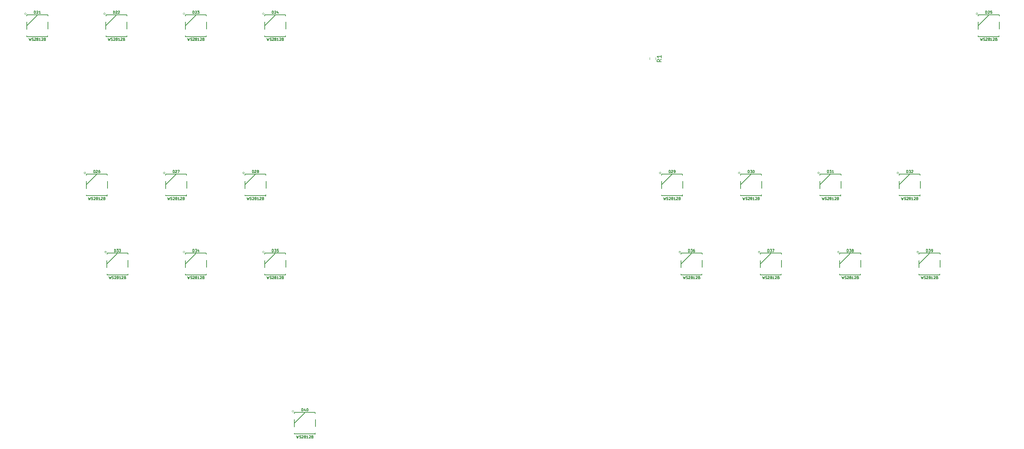
<source format=gbr>
G04 #@! TF.GenerationSoftware,KiCad,Pcbnew,5.0.1*
G04 #@! TF.CreationDate,2018-12-01T17:23:48-05:00*
G04 #@! TF.ProjectId,fightkeyb-pcb,66696768746B6579622D7063622E6B69,rev?*
G04 #@! TF.SameCoordinates,Original*
G04 #@! TF.FileFunction,Legend,Top*
G04 #@! TF.FilePolarity,Positive*
%FSLAX46Y46*%
G04 Gerber Fmt 4.6, Leading zero omitted, Abs format (unit mm)*
G04 Created by KiCad (PCBNEW 5.0.1) date Sat 01 Dec 2018 05:23:48 PM EST*
%MOMM*%
%LPD*%
G01*
G04 APERTURE LIST*
%ADD10C,0.203200*%
%ADD11C,0.100000*%
%ADD12C,0.150000*%
%ADD13C,0.120000*%
%ADD14C,0.127000*%
G04 APERTURE END LIST*
D10*
G04 #@! TO.C,D21*
X38955820Y-41230690D02*
X38955820Y-41230690D01*
D11*
X34503200Y-35170250D02*
G75*
G03X34503200Y-35170250I-203200J0D01*
G01*
D10*
X34617500Y-38027750D02*
X37157500Y-35487750D01*
X34617500Y-38027750D02*
X34617500Y-37164150D01*
X34617500Y-38891350D02*
X34617500Y-38027750D01*
X39697500Y-37138750D02*
X39697500Y-38840550D01*
X34650520Y-35434410D02*
X34650520Y-35660470D01*
X39613680Y-35434410D02*
X34650520Y-35434410D01*
X39613680Y-35439490D02*
X39613680Y-35434410D01*
X39664480Y-35439490D02*
X39613680Y-35439490D01*
X39664480Y-35708730D02*
X39664480Y-35439490D01*
X34647980Y-40638870D02*
X34647980Y-40407730D01*
X39595900Y-40638870D02*
X34647980Y-40638870D01*
X39646700Y-40384870D02*
X39646700Y-40638870D01*
D12*
X39644160Y-40665540D02*
X39593360Y-40665540D01*
G04 #@! TO.C,D22*
X58644160Y-40665540D02*
X58593360Y-40665540D01*
D10*
X58646700Y-40384870D02*
X58646700Y-40638870D01*
X58595900Y-40638870D02*
X53647980Y-40638870D01*
X53647980Y-40638870D02*
X53647980Y-40407730D01*
X58664480Y-35708730D02*
X58664480Y-35439490D01*
X58664480Y-35439490D02*
X58613680Y-35439490D01*
X58613680Y-35439490D02*
X58613680Y-35434410D01*
X58613680Y-35434410D02*
X53650520Y-35434410D01*
X53650520Y-35434410D02*
X53650520Y-35660470D01*
X58697500Y-37138750D02*
X58697500Y-38840550D01*
X53617500Y-38891350D02*
X53617500Y-38027750D01*
X53617500Y-38027750D02*
X53617500Y-37164150D01*
X53617500Y-38027750D02*
X56157500Y-35487750D01*
D11*
X53503200Y-35170250D02*
G75*
G03X53503200Y-35170250I-203200J0D01*
G01*
D10*
X57955820Y-41230690D02*
X57955820Y-41230690D01*
G04 #@! TO.C,D23*
X77045820Y-41230690D02*
X77045820Y-41230690D01*
D11*
X72593200Y-35170250D02*
G75*
G03X72593200Y-35170250I-203200J0D01*
G01*
D10*
X72707500Y-38027750D02*
X75247500Y-35487750D01*
X72707500Y-38027750D02*
X72707500Y-37164150D01*
X72707500Y-38891350D02*
X72707500Y-38027750D01*
X77787500Y-37138750D02*
X77787500Y-38840550D01*
X72740520Y-35434410D02*
X72740520Y-35660470D01*
X77703680Y-35434410D02*
X72740520Y-35434410D01*
X77703680Y-35439490D02*
X77703680Y-35434410D01*
X77754480Y-35439490D02*
X77703680Y-35439490D01*
X77754480Y-35708730D02*
X77754480Y-35439490D01*
X72737980Y-40638870D02*
X72737980Y-40407730D01*
X77685900Y-40638870D02*
X72737980Y-40638870D01*
X77736700Y-40384870D02*
X77736700Y-40638870D01*
D12*
X77734160Y-40665540D02*
X77683360Y-40665540D01*
G04 #@! TO.C,D24*
X96784160Y-40665540D02*
X96733360Y-40665540D01*
D10*
X96786700Y-40384870D02*
X96786700Y-40638870D01*
X96735900Y-40638870D02*
X91787980Y-40638870D01*
X91787980Y-40638870D02*
X91787980Y-40407730D01*
X96804480Y-35708730D02*
X96804480Y-35439490D01*
X96804480Y-35439490D02*
X96753680Y-35439490D01*
X96753680Y-35439490D02*
X96753680Y-35434410D01*
X96753680Y-35434410D02*
X91790520Y-35434410D01*
X91790520Y-35434410D02*
X91790520Y-35660470D01*
X96837500Y-37138750D02*
X96837500Y-38840550D01*
X91757500Y-38891350D02*
X91757500Y-38027750D01*
X91757500Y-38027750D02*
X91757500Y-37164150D01*
X91757500Y-38027750D02*
X94297500Y-35487750D01*
D11*
X91643200Y-35170250D02*
G75*
G03X91643200Y-35170250I-203200J0D01*
G01*
D10*
X96095820Y-41230690D02*
X96095820Y-41230690D01*
D12*
G04 #@! TO.C,D25*
X268170660Y-40665540D02*
X268119860Y-40665540D01*
D10*
X268173200Y-40384870D02*
X268173200Y-40638870D01*
X268122400Y-40638870D02*
X263174480Y-40638870D01*
X263174480Y-40638870D02*
X263174480Y-40407730D01*
X268190980Y-35708730D02*
X268190980Y-35439490D01*
X268190980Y-35439490D02*
X268140180Y-35439490D01*
X268140180Y-35439490D02*
X268140180Y-35434410D01*
X268140180Y-35434410D02*
X263177020Y-35434410D01*
X263177020Y-35434410D02*
X263177020Y-35660470D01*
X268224000Y-37138750D02*
X268224000Y-38840550D01*
X263144000Y-38891350D02*
X263144000Y-38027750D01*
X263144000Y-38027750D02*
X263144000Y-37164150D01*
X263144000Y-38027750D02*
X265684000Y-35487750D01*
D11*
X263029700Y-35170250D02*
G75*
G03X263029700Y-35170250I-203200J0D01*
G01*
D10*
X267482320Y-41230690D02*
X267482320Y-41230690D01*
G04 #@! TO.C,D26*
X53233320Y-79480690D02*
X53233320Y-79480690D01*
D11*
X48780700Y-73420250D02*
G75*
G03X48780700Y-73420250I-203200J0D01*
G01*
D10*
X48895000Y-76277750D02*
X51435000Y-73737750D01*
X48895000Y-76277750D02*
X48895000Y-75414150D01*
X48895000Y-77141350D02*
X48895000Y-76277750D01*
X53975000Y-75388750D02*
X53975000Y-77090550D01*
X48928020Y-73684410D02*
X48928020Y-73910470D01*
X53891180Y-73684410D02*
X48928020Y-73684410D01*
X53891180Y-73689490D02*
X53891180Y-73684410D01*
X53941980Y-73689490D02*
X53891180Y-73689490D01*
X53941980Y-73958730D02*
X53941980Y-73689490D01*
X48925480Y-78888870D02*
X48925480Y-78657730D01*
X53873400Y-78888870D02*
X48925480Y-78888870D01*
X53924200Y-78634870D02*
X53924200Y-78888870D01*
D12*
X53921660Y-78915540D02*
X53870860Y-78915540D01*
G04 #@! TO.C,D27*
X72971660Y-78915540D02*
X72920860Y-78915540D01*
D10*
X72974200Y-78634870D02*
X72974200Y-78888870D01*
X72923400Y-78888870D02*
X67975480Y-78888870D01*
X67975480Y-78888870D02*
X67975480Y-78657730D01*
X72991980Y-73958730D02*
X72991980Y-73689490D01*
X72991980Y-73689490D02*
X72941180Y-73689490D01*
X72941180Y-73689490D02*
X72941180Y-73684410D01*
X72941180Y-73684410D02*
X67978020Y-73684410D01*
X67978020Y-73684410D02*
X67978020Y-73910470D01*
X73025000Y-75388750D02*
X73025000Y-77090550D01*
X67945000Y-77141350D02*
X67945000Y-76277750D01*
X67945000Y-76277750D02*
X67945000Y-75414150D01*
X67945000Y-76277750D02*
X70485000Y-73737750D01*
D11*
X67830700Y-73420250D02*
G75*
G03X67830700Y-73420250I-203200J0D01*
G01*
D10*
X72283320Y-79480690D02*
X72283320Y-79480690D01*
G04 #@! TO.C,D28*
X91333320Y-79480690D02*
X91333320Y-79480690D01*
D11*
X86880700Y-73420250D02*
G75*
G03X86880700Y-73420250I-203200J0D01*
G01*
D10*
X86995000Y-76277750D02*
X89535000Y-73737750D01*
X86995000Y-76277750D02*
X86995000Y-75414150D01*
X86995000Y-77141350D02*
X86995000Y-76277750D01*
X92075000Y-75388750D02*
X92075000Y-77090550D01*
X87028020Y-73684410D02*
X87028020Y-73910470D01*
X91991180Y-73684410D02*
X87028020Y-73684410D01*
X91991180Y-73689490D02*
X91991180Y-73684410D01*
X92041980Y-73689490D02*
X91991180Y-73689490D01*
X92041980Y-73958730D02*
X92041980Y-73689490D01*
X87025480Y-78888870D02*
X87025480Y-78657730D01*
X91973400Y-78888870D02*
X87025480Y-78888870D01*
X92024200Y-78634870D02*
X92024200Y-78888870D01*
D12*
X92021660Y-78915540D02*
X91970860Y-78915540D01*
G04 #@! TO.C,D29*
X192097660Y-78915540D02*
X192046860Y-78915540D01*
D10*
X192100200Y-78634870D02*
X192100200Y-78888870D01*
X192049400Y-78888870D02*
X187101480Y-78888870D01*
X187101480Y-78888870D02*
X187101480Y-78657730D01*
X192117980Y-73958730D02*
X192117980Y-73689490D01*
X192117980Y-73689490D02*
X192067180Y-73689490D01*
X192067180Y-73689490D02*
X192067180Y-73684410D01*
X192067180Y-73684410D02*
X187104020Y-73684410D01*
X187104020Y-73684410D02*
X187104020Y-73910470D01*
X192151000Y-75388750D02*
X192151000Y-77090550D01*
X187071000Y-77141350D02*
X187071000Y-76277750D01*
X187071000Y-76277750D02*
X187071000Y-75414150D01*
X187071000Y-76277750D02*
X189611000Y-73737750D01*
D11*
X186956700Y-73420250D02*
G75*
G03X186956700Y-73420250I-203200J0D01*
G01*
D10*
X191409320Y-79480690D02*
X191409320Y-79480690D01*
G04 #@! TO.C,D30*
X210395820Y-79480690D02*
X210395820Y-79480690D01*
D11*
X205943200Y-73420250D02*
G75*
G03X205943200Y-73420250I-203200J0D01*
G01*
D10*
X206057500Y-76277750D02*
X208597500Y-73737750D01*
X206057500Y-76277750D02*
X206057500Y-75414150D01*
X206057500Y-77141350D02*
X206057500Y-76277750D01*
X211137500Y-75388750D02*
X211137500Y-77090550D01*
X206090520Y-73684410D02*
X206090520Y-73910470D01*
X211053680Y-73684410D02*
X206090520Y-73684410D01*
X211053680Y-73689490D02*
X211053680Y-73684410D01*
X211104480Y-73689490D02*
X211053680Y-73689490D01*
X211104480Y-73958730D02*
X211104480Y-73689490D01*
X206087980Y-78888870D02*
X206087980Y-78657730D01*
X211035900Y-78888870D02*
X206087980Y-78888870D01*
X211086700Y-78634870D02*
X211086700Y-78888870D01*
D12*
X211084160Y-78915540D02*
X211033360Y-78915540D01*
G04 #@! TO.C,D31*
X230144160Y-78915540D02*
X230093360Y-78915540D01*
D10*
X230146700Y-78634870D02*
X230146700Y-78888870D01*
X230095900Y-78888870D02*
X225147980Y-78888870D01*
X225147980Y-78888870D02*
X225147980Y-78657730D01*
X230164480Y-73958730D02*
X230164480Y-73689490D01*
X230164480Y-73689490D02*
X230113680Y-73689490D01*
X230113680Y-73689490D02*
X230113680Y-73684410D01*
X230113680Y-73684410D02*
X225150520Y-73684410D01*
X225150520Y-73684410D02*
X225150520Y-73910470D01*
X230197500Y-75388750D02*
X230197500Y-77090550D01*
X225117500Y-77141350D02*
X225117500Y-76277750D01*
X225117500Y-76277750D02*
X225117500Y-75414150D01*
X225117500Y-76277750D02*
X227657500Y-73737750D01*
D11*
X225003200Y-73420250D02*
G75*
G03X225003200Y-73420250I-203200J0D01*
G01*
D10*
X229455820Y-79480690D02*
X229455820Y-79480690D01*
G04 #@! TO.C,D32*
X248495820Y-79480690D02*
X248495820Y-79480690D01*
D11*
X244043200Y-73420250D02*
G75*
G03X244043200Y-73420250I-203200J0D01*
G01*
D10*
X244157500Y-76277750D02*
X246697500Y-73737750D01*
X244157500Y-76277750D02*
X244157500Y-75414150D01*
X244157500Y-77141350D02*
X244157500Y-76277750D01*
X249237500Y-75388750D02*
X249237500Y-77090550D01*
X244190520Y-73684410D02*
X244190520Y-73910470D01*
X249153680Y-73684410D02*
X244190520Y-73684410D01*
X249153680Y-73689490D02*
X249153680Y-73684410D01*
X249204480Y-73689490D02*
X249153680Y-73689490D01*
X249204480Y-73958730D02*
X249204480Y-73689490D01*
X244187980Y-78888870D02*
X244187980Y-78657730D01*
X249135900Y-78888870D02*
X244187980Y-78888870D01*
X249186700Y-78634870D02*
X249186700Y-78888870D01*
D12*
X249184160Y-78915540D02*
X249133360Y-78915540D01*
G04 #@! TO.C,D33*
X58894160Y-97915540D02*
X58843360Y-97915540D01*
D10*
X58896700Y-97634870D02*
X58896700Y-97888870D01*
X58845900Y-97888870D02*
X53897980Y-97888870D01*
X53897980Y-97888870D02*
X53897980Y-97657730D01*
X58914480Y-92958730D02*
X58914480Y-92689490D01*
X58914480Y-92689490D02*
X58863680Y-92689490D01*
X58863680Y-92689490D02*
X58863680Y-92684410D01*
X58863680Y-92684410D02*
X53900520Y-92684410D01*
X53900520Y-92684410D02*
X53900520Y-92910470D01*
X58947500Y-94388750D02*
X58947500Y-96090550D01*
X53867500Y-96141350D02*
X53867500Y-95277750D01*
X53867500Y-95277750D02*
X53867500Y-94414150D01*
X53867500Y-95277750D02*
X56407500Y-92737750D01*
D11*
X53753200Y-92420250D02*
G75*
G03X53753200Y-92420250I-203200J0D01*
G01*
D10*
X58205820Y-98480690D02*
X58205820Y-98480690D01*
G04 #@! TO.C,D34*
X77045820Y-98480690D02*
X77045820Y-98480690D01*
D11*
X72593200Y-92420250D02*
G75*
G03X72593200Y-92420250I-203200J0D01*
G01*
D10*
X72707500Y-95277750D02*
X75247500Y-92737750D01*
X72707500Y-95277750D02*
X72707500Y-94414150D01*
X72707500Y-96141350D02*
X72707500Y-95277750D01*
X77787500Y-94388750D02*
X77787500Y-96090550D01*
X72740520Y-92684410D02*
X72740520Y-92910470D01*
X77703680Y-92684410D02*
X72740520Y-92684410D01*
X77703680Y-92689490D02*
X77703680Y-92684410D01*
X77754480Y-92689490D02*
X77703680Y-92689490D01*
X77754480Y-92958730D02*
X77754480Y-92689490D01*
X72737980Y-97888870D02*
X72737980Y-97657730D01*
X77685900Y-97888870D02*
X72737980Y-97888870D01*
X77736700Y-97634870D02*
X77736700Y-97888870D01*
D12*
X77734160Y-97915540D02*
X77683360Y-97915540D01*
G04 #@! TO.C,D35*
X96784160Y-97915540D02*
X96733360Y-97915540D01*
D10*
X96786700Y-97634870D02*
X96786700Y-97888870D01*
X96735900Y-97888870D02*
X91787980Y-97888870D01*
X91787980Y-97888870D02*
X91787980Y-97657730D01*
X96804480Y-92958730D02*
X96804480Y-92689490D01*
X96804480Y-92689490D02*
X96753680Y-92689490D01*
X96753680Y-92689490D02*
X96753680Y-92684410D01*
X96753680Y-92684410D02*
X91790520Y-92684410D01*
X91790520Y-92684410D02*
X91790520Y-92910470D01*
X96837500Y-94388750D02*
X96837500Y-96090550D01*
X91757500Y-96141350D02*
X91757500Y-95277750D01*
X91757500Y-95277750D02*
X91757500Y-94414150D01*
X91757500Y-95277750D02*
X94297500Y-92737750D01*
D11*
X91643200Y-92420250D02*
G75*
G03X91643200Y-92420250I-203200J0D01*
G01*
D10*
X96095820Y-98480690D02*
X96095820Y-98480690D01*
D12*
G04 #@! TO.C,D36*
X196796660Y-97915540D02*
X196745860Y-97915540D01*
D10*
X196799200Y-97634870D02*
X196799200Y-97888870D01*
X196748400Y-97888870D02*
X191800480Y-97888870D01*
X191800480Y-97888870D02*
X191800480Y-97657730D01*
X196816980Y-92958730D02*
X196816980Y-92689490D01*
X196816980Y-92689490D02*
X196766180Y-92689490D01*
X196766180Y-92689490D02*
X196766180Y-92684410D01*
X196766180Y-92684410D02*
X191803020Y-92684410D01*
X191803020Y-92684410D02*
X191803020Y-92910470D01*
X196850000Y-94388750D02*
X196850000Y-96090550D01*
X191770000Y-96141350D02*
X191770000Y-95277750D01*
X191770000Y-95277750D02*
X191770000Y-94414150D01*
X191770000Y-95277750D02*
X194310000Y-92737750D01*
D11*
X191655700Y-92420250D02*
G75*
G03X191655700Y-92420250I-203200J0D01*
G01*
D10*
X196108320Y-98480690D02*
X196108320Y-98480690D01*
G04 #@! TO.C,D37*
X215158320Y-98480690D02*
X215158320Y-98480690D01*
D11*
X210705700Y-92420250D02*
G75*
G03X210705700Y-92420250I-203200J0D01*
G01*
D10*
X210820000Y-95277750D02*
X213360000Y-92737750D01*
X210820000Y-95277750D02*
X210820000Y-94414150D01*
X210820000Y-96141350D02*
X210820000Y-95277750D01*
X215900000Y-94388750D02*
X215900000Y-96090550D01*
X210853020Y-92684410D02*
X210853020Y-92910470D01*
X215816180Y-92684410D02*
X210853020Y-92684410D01*
X215816180Y-92689490D02*
X215816180Y-92684410D01*
X215866980Y-92689490D02*
X215816180Y-92689490D01*
X215866980Y-92958730D02*
X215866980Y-92689490D01*
X210850480Y-97888870D02*
X210850480Y-97657730D01*
X215798400Y-97888870D02*
X210850480Y-97888870D01*
X215849200Y-97634870D02*
X215849200Y-97888870D01*
D12*
X215846660Y-97915540D02*
X215795860Y-97915540D01*
G04 #@! TO.C,D38*
X234894160Y-97915540D02*
X234843360Y-97915540D01*
D10*
X234896700Y-97634870D02*
X234896700Y-97888870D01*
X234845900Y-97888870D02*
X229897980Y-97888870D01*
X229897980Y-97888870D02*
X229897980Y-97657730D01*
X234914480Y-92958730D02*
X234914480Y-92689490D01*
X234914480Y-92689490D02*
X234863680Y-92689490D01*
X234863680Y-92689490D02*
X234863680Y-92684410D01*
X234863680Y-92684410D02*
X229900520Y-92684410D01*
X229900520Y-92684410D02*
X229900520Y-92910470D01*
X234947500Y-94388750D02*
X234947500Y-96090550D01*
X229867500Y-96141350D02*
X229867500Y-95277750D01*
X229867500Y-95277750D02*
X229867500Y-94414150D01*
X229867500Y-95277750D02*
X232407500Y-92737750D01*
D11*
X229753200Y-92420250D02*
G75*
G03X229753200Y-92420250I-203200J0D01*
G01*
D10*
X234205820Y-98480690D02*
X234205820Y-98480690D01*
G04 #@! TO.C,D39*
X253258320Y-98480690D02*
X253258320Y-98480690D01*
D11*
X248805700Y-92420250D02*
G75*
G03X248805700Y-92420250I-203200J0D01*
G01*
D10*
X248920000Y-95277750D02*
X251460000Y-92737750D01*
X248920000Y-95277750D02*
X248920000Y-94414150D01*
X248920000Y-96141350D02*
X248920000Y-95277750D01*
X254000000Y-94388750D02*
X254000000Y-96090550D01*
X248953020Y-92684410D02*
X248953020Y-92910470D01*
X253916180Y-92684410D02*
X248953020Y-92684410D01*
X253916180Y-92689490D02*
X253916180Y-92684410D01*
X253966980Y-92689490D02*
X253916180Y-92689490D01*
X253966980Y-92958730D02*
X253966980Y-92689490D01*
X248950480Y-97888870D02*
X248950480Y-97657730D01*
X253898400Y-97888870D02*
X248950480Y-97888870D01*
X253949200Y-97634870D02*
X253949200Y-97888870D01*
D12*
X253946660Y-97915540D02*
X253895860Y-97915540D01*
D10*
G04 #@! TO.C,D40*
X103205820Y-136730690D02*
X103205820Y-136730690D01*
D11*
X98753200Y-130670250D02*
G75*
G03X98753200Y-130670250I-203200J0D01*
G01*
D10*
X98867500Y-133527750D02*
X101407500Y-130987750D01*
X98867500Y-133527750D02*
X98867500Y-132664150D01*
X98867500Y-134391350D02*
X98867500Y-133527750D01*
X103947500Y-132638750D02*
X103947500Y-134340550D01*
X98900520Y-130934410D02*
X98900520Y-131160470D01*
X103863680Y-130934410D02*
X98900520Y-130934410D01*
X103863680Y-130939490D02*
X103863680Y-130934410D01*
X103914480Y-130939490D02*
X103863680Y-130939490D01*
X103914480Y-131208730D02*
X103914480Y-130939490D01*
X98897980Y-136138870D02*
X98897980Y-135907730D01*
X103845900Y-136138870D02*
X98897980Y-136138870D01*
X103896700Y-135884870D02*
X103896700Y-136138870D01*
D12*
X103894160Y-136165540D02*
X103843360Y-136165540D01*
D13*
G04 #@! TO.C,R1*
X185648750Y-45697748D02*
X185648750Y-46220252D01*
X184228750Y-45697748D02*
X184228750Y-46220252D01*
G04 #@! TO.C,D21*
D14*
X36417271Y-35128521D02*
X36417271Y-34518921D01*
X36562414Y-34518921D01*
X36649500Y-34547950D01*
X36707557Y-34606007D01*
X36736585Y-34664064D01*
X36765614Y-34780178D01*
X36765614Y-34867264D01*
X36736585Y-34983378D01*
X36707557Y-35041435D01*
X36649500Y-35099492D01*
X36562414Y-35128521D01*
X36417271Y-35128521D01*
X36997842Y-34576978D02*
X37026871Y-34547950D01*
X37084928Y-34518921D01*
X37230071Y-34518921D01*
X37288128Y-34547950D01*
X37317157Y-34576978D01*
X37346185Y-34635035D01*
X37346185Y-34693092D01*
X37317157Y-34780178D01*
X36968814Y-35128521D01*
X37346185Y-35128521D01*
X37926757Y-35128521D02*
X37578414Y-35128521D01*
X37752585Y-35128521D02*
X37752585Y-34518921D01*
X37694528Y-34606007D01*
X37636471Y-34664064D01*
X37578414Y-34693092D01*
X35140014Y-40995921D02*
X35285157Y-41605521D01*
X35401271Y-41170092D01*
X35517385Y-41605521D01*
X35662528Y-40995921D01*
X35865728Y-41576492D02*
X35952814Y-41605521D01*
X36097957Y-41605521D01*
X36156014Y-41576492D01*
X36185042Y-41547464D01*
X36214071Y-41489407D01*
X36214071Y-41431350D01*
X36185042Y-41373292D01*
X36156014Y-41344264D01*
X36097957Y-41315235D01*
X35981842Y-41286207D01*
X35923785Y-41257178D01*
X35894757Y-41228150D01*
X35865728Y-41170092D01*
X35865728Y-41112035D01*
X35894757Y-41053978D01*
X35923785Y-41024950D01*
X35981842Y-40995921D01*
X36126985Y-40995921D01*
X36214071Y-41024950D01*
X36446300Y-41053978D02*
X36475328Y-41024950D01*
X36533385Y-40995921D01*
X36678528Y-40995921D01*
X36736585Y-41024950D01*
X36765614Y-41053978D01*
X36794642Y-41112035D01*
X36794642Y-41170092D01*
X36765614Y-41257178D01*
X36417271Y-41605521D01*
X36794642Y-41605521D01*
X37142985Y-41257178D02*
X37084928Y-41228150D01*
X37055900Y-41199121D01*
X37026871Y-41141064D01*
X37026871Y-41112035D01*
X37055900Y-41053978D01*
X37084928Y-41024950D01*
X37142985Y-40995921D01*
X37259100Y-40995921D01*
X37317157Y-41024950D01*
X37346185Y-41053978D01*
X37375214Y-41112035D01*
X37375214Y-41141064D01*
X37346185Y-41199121D01*
X37317157Y-41228150D01*
X37259100Y-41257178D01*
X37142985Y-41257178D01*
X37084928Y-41286207D01*
X37055900Y-41315235D01*
X37026871Y-41373292D01*
X37026871Y-41489407D01*
X37055900Y-41547464D01*
X37084928Y-41576492D01*
X37142985Y-41605521D01*
X37259100Y-41605521D01*
X37317157Y-41576492D01*
X37346185Y-41547464D01*
X37375214Y-41489407D01*
X37375214Y-41373292D01*
X37346185Y-41315235D01*
X37317157Y-41286207D01*
X37259100Y-41257178D01*
X37955785Y-41605521D02*
X37607442Y-41605521D01*
X37781614Y-41605521D02*
X37781614Y-40995921D01*
X37723557Y-41083007D01*
X37665500Y-41141064D01*
X37607442Y-41170092D01*
X38188014Y-41053978D02*
X38217042Y-41024950D01*
X38275100Y-40995921D01*
X38420242Y-40995921D01*
X38478300Y-41024950D01*
X38507328Y-41053978D01*
X38536357Y-41112035D01*
X38536357Y-41170092D01*
X38507328Y-41257178D01*
X38158985Y-41605521D01*
X38536357Y-41605521D01*
X39000814Y-41286207D02*
X39087900Y-41315235D01*
X39116928Y-41344264D01*
X39145957Y-41402321D01*
X39145957Y-41489407D01*
X39116928Y-41547464D01*
X39087900Y-41576492D01*
X39029842Y-41605521D01*
X38797614Y-41605521D01*
X38797614Y-40995921D01*
X39000814Y-40995921D01*
X39058871Y-41024950D01*
X39087900Y-41053978D01*
X39116928Y-41112035D01*
X39116928Y-41170092D01*
X39087900Y-41228150D01*
X39058871Y-41257178D01*
X39000814Y-41286207D01*
X38797614Y-41286207D01*
G04 #@! TO.C,D22*
X55417271Y-35128521D02*
X55417271Y-34518921D01*
X55562414Y-34518921D01*
X55649500Y-34547950D01*
X55707557Y-34606007D01*
X55736585Y-34664064D01*
X55765614Y-34780178D01*
X55765614Y-34867264D01*
X55736585Y-34983378D01*
X55707557Y-35041435D01*
X55649500Y-35099492D01*
X55562414Y-35128521D01*
X55417271Y-35128521D01*
X55997842Y-34576978D02*
X56026871Y-34547950D01*
X56084928Y-34518921D01*
X56230071Y-34518921D01*
X56288128Y-34547950D01*
X56317157Y-34576978D01*
X56346185Y-34635035D01*
X56346185Y-34693092D01*
X56317157Y-34780178D01*
X55968814Y-35128521D01*
X56346185Y-35128521D01*
X56578414Y-34576978D02*
X56607442Y-34547950D01*
X56665500Y-34518921D01*
X56810642Y-34518921D01*
X56868700Y-34547950D01*
X56897728Y-34576978D01*
X56926757Y-34635035D01*
X56926757Y-34693092D01*
X56897728Y-34780178D01*
X56549385Y-35128521D01*
X56926757Y-35128521D01*
X54140014Y-40995921D02*
X54285157Y-41605521D01*
X54401271Y-41170092D01*
X54517385Y-41605521D01*
X54662528Y-40995921D01*
X54865728Y-41576492D02*
X54952814Y-41605521D01*
X55097957Y-41605521D01*
X55156014Y-41576492D01*
X55185042Y-41547464D01*
X55214071Y-41489407D01*
X55214071Y-41431350D01*
X55185042Y-41373292D01*
X55156014Y-41344264D01*
X55097957Y-41315235D01*
X54981842Y-41286207D01*
X54923785Y-41257178D01*
X54894757Y-41228150D01*
X54865728Y-41170092D01*
X54865728Y-41112035D01*
X54894757Y-41053978D01*
X54923785Y-41024950D01*
X54981842Y-40995921D01*
X55126985Y-40995921D01*
X55214071Y-41024950D01*
X55446300Y-41053978D02*
X55475328Y-41024950D01*
X55533385Y-40995921D01*
X55678528Y-40995921D01*
X55736585Y-41024950D01*
X55765614Y-41053978D01*
X55794642Y-41112035D01*
X55794642Y-41170092D01*
X55765614Y-41257178D01*
X55417271Y-41605521D01*
X55794642Y-41605521D01*
X56142985Y-41257178D02*
X56084928Y-41228150D01*
X56055900Y-41199121D01*
X56026871Y-41141064D01*
X56026871Y-41112035D01*
X56055900Y-41053978D01*
X56084928Y-41024950D01*
X56142985Y-40995921D01*
X56259100Y-40995921D01*
X56317157Y-41024950D01*
X56346185Y-41053978D01*
X56375214Y-41112035D01*
X56375214Y-41141064D01*
X56346185Y-41199121D01*
X56317157Y-41228150D01*
X56259100Y-41257178D01*
X56142985Y-41257178D01*
X56084928Y-41286207D01*
X56055900Y-41315235D01*
X56026871Y-41373292D01*
X56026871Y-41489407D01*
X56055900Y-41547464D01*
X56084928Y-41576492D01*
X56142985Y-41605521D01*
X56259100Y-41605521D01*
X56317157Y-41576492D01*
X56346185Y-41547464D01*
X56375214Y-41489407D01*
X56375214Y-41373292D01*
X56346185Y-41315235D01*
X56317157Y-41286207D01*
X56259100Y-41257178D01*
X56955785Y-41605521D02*
X56607442Y-41605521D01*
X56781614Y-41605521D02*
X56781614Y-40995921D01*
X56723557Y-41083007D01*
X56665500Y-41141064D01*
X56607442Y-41170092D01*
X57188014Y-41053978D02*
X57217042Y-41024950D01*
X57275100Y-40995921D01*
X57420242Y-40995921D01*
X57478300Y-41024950D01*
X57507328Y-41053978D01*
X57536357Y-41112035D01*
X57536357Y-41170092D01*
X57507328Y-41257178D01*
X57158985Y-41605521D01*
X57536357Y-41605521D01*
X58000814Y-41286207D02*
X58087900Y-41315235D01*
X58116928Y-41344264D01*
X58145957Y-41402321D01*
X58145957Y-41489407D01*
X58116928Y-41547464D01*
X58087900Y-41576492D01*
X58029842Y-41605521D01*
X57797614Y-41605521D01*
X57797614Y-40995921D01*
X58000814Y-40995921D01*
X58058871Y-41024950D01*
X58087900Y-41053978D01*
X58116928Y-41112035D01*
X58116928Y-41170092D01*
X58087900Y-41228150D01*
X58058871Y-41257178D01*
X58000814Y-41286207D01*
X57797614Y-41286207D01*
G04 #@! TO.C,D23*
X74507271Y-35128521D02*
X74507271Y-34518921D01*
X74652414Y-34518921D01*
X74739500Y-34547950D01*
X74797557Y-34606007D01*
X74826585Y-34664064D01*
X74855614Y-34780178D01*
X74855614Y-34867264D01*
X74826585Y-34983378D01*
X74797557Y-35041435D01*
X74739500Y-35099492D01*
X74652414Y-35128521D01*
X74507271Y-35128521D01*
X75087842Y-34576978D02*
X75116871Y-34547950D01*
X75174928Y-34518921D01*
X75320071Y-34518921D01*
X75378128Y-34547950D01*
X75407157Y-34576978D01*
X75436185Y-34635035D01*
X75436185Y-34693092D01*
X75407157Y-34780178D01*
X75058814Y-35128521D01*
X75436185Y-35128521D01*
X75639385Y-34518921D02*
X76016757Y-34518921D01*
X75813557Y-34751150D01*
X75900642Y-34751150D01*
X75958700Y-34780178D01*
X75987728Y-34809207D01*
X76016757Y-34867264D01*
X76016757Y-35012407D01*
X75987728Y-35070464D01*
X75958700Y-35099492D01*
X75900642Y-35128521D01*
X75726471Y-35128521D01*
X75668414Y-35099492D01*
X75639385Y-35070464D01*
X73230014Y-40995921D02*
X73375157Y-41605521D01*
X73491271Y-41170092D01*
X73607385Y-41605521D01*
X73752528Y-40995921D01*
X73955728Y-41576492D02*
X74042814Y-41605521D01*
X74187957Y-41605521D01*
X74246014Y-41576492D01*
X74275042Y-41547464D01*
X74304071Y-41489407D01*
X74304071Y-41431350D01*
X74275042Y-41373292D01*
X74246014Y-41344264D01*
X74187957Y-41315235D01*
X74071842Y-41286207D01*
X74013785Y-41257178D01*
X73984757Y-41228150D01*
X73955728Y-41170092D01*
X73955728Y-41112035D01*
X73984757Y-41053978D01*
X74013785Y-41024950D01*
X74071842Y-40995921D01*
X74216985Y-40995921D01*
X74304071Y-41024950D01*
X74536300Y-41053978D02*
X74565328Y-41024950D01*
X74623385Y-40995921D01*
X74768528Y-40995921D01*
X74826585Y-41024950D01*
X74855614Y-41053978D01*
X74884642Y-41112035D01*
X74884642Y-41170092D01*
X74855614Y-41257178D01*
X74507271Y-41605521D01*
X74884642Y-41605521D01*
X75232985Y-41257178D02*
X75174928Y-41228150D01*
X75145900Y-41199121D01*
X75116871Y-41141064D01*
X75116871Y-41112035D01*
X75145900Y-41053978D01*
X75174928Y-41024950D01*
X75232985Y-40995921D01*
X75349100Y-40995921D01*
X75407157Y-41024950D01*
X75436185Y-41053978D01*
X75465214Y-41112035D01*
X75465214Y-41141064D01*
X75436185Y-41199121D01*
X75407157Y-41228150D01*
X75349100Y-41257178D01*
X75232985Y-41257178D01*
X75174928Y-41286207D01*
X75145900Y-41315235D01*
X75116871Y-41373292D01*
X75116871Y-41489407D01*
X75145900Y-41547464D01*
X75174928Y-41576492D01*
X75232985Y-41605521D01*
X75349100Y-41605521D01*
X75407157Y-41576492D01*
X75436185Y-41547464D01*
X75465214Y-41489407D01*
X75465214Y-41373292D01*
X75436185Y-41315235D01*
X75407157Y-41286207D01*
X75349100Y-41257178D01*
X76045785Y-41605521D02*
X75697442Y-41605521D01*
X75871614Y-41605521D02*
X75871614Y-40995921D01*
X75813557Y-41083007D01*
X75755500Y-41141064D01*
X75697442Y-41170092D01*
X76278014Y-41053978D02*
X76307042Y-41024950D01*
X76365100Y-40995921D01*
X76510242Y-40995921D01*
X76568300Y-41024950D01*
X76597328Y-41053978D01*
X76626357Y-41112035D01*
X76626357Y-41170092D01*
X76597328Y-41257178D01*
X76248985Y-41605521D01*
X76626357Y-41605521D01*
X77090814Y-41286207D02*
X77177900Y-41315235D01*
X77206928Y-41344264D01*
X77235957Y-41402321D01*
X77235957Y-41489407D01*
X77206928Y-41547464D01*
X77177900Y-41576492D01*
X77119842Y-41605521D01*
X76887614Y-41605521D01*
X76887614Y-40995921D01*
X77090814Y-40995921D01*
X77148871Y-41024950D01*
X77177900Y-41053978D01*
X77206928Y-41112035D01*
X77206928Y-41170092D01*
X77177900Y-41228150D01*
X77148871Y-41257178D01*
X77090814Y-41286207D01*
X76887614Y-41286207D01*
G04 #@! TO.C,D24*
X93557271Y-35128521D02*
X93557271Y-34518921D01*
X93702414Y-34518921D01*
X93789500Y-34547950D01*
X93847557Y-34606007D01*
X93876585Y-34664064D01*
X93905614Y-34780178D01*
X93905614Y-34867264D01*
X93876585Y-34983378D01*
X93847557Y-35041435D01*
X93789500Y-35099492D01*
X93702414Y-35128521D01*
X93557271Y-35128521D01*
X94137842Y-34576978D02*
X94166871Y-34547950D01*
X94224928Y-34518921D01*
X94370071Y-34518921D01*
X94428128Y-34547950D01*
X94457157Y-34576978D01*
X94486185Y-34635035D01*
X94486185Y-34693092D01*
X94457157Y-34780178D01*
X94108814Y-35128521D01*
X94486185Y-35128521D01*
X95008700Y-34722121D02*
X95008700Y-35128521D01*
X94863557Y-34489892D02*
X94718414Y-34925321D01*
X95095785Y-34925321D01*
X92280014Y-40995921D02*
X92425157Y-41605521D01*
X92541271Y-41170092D01*
X92657385Y-41605521D01*
X92802528Y-40995921D01*
X93005728Y-41576492D02*
X93092814Y-41605521D01*
X93237957Y-41605521D01*
X93296014Y-41576492D01*
X93325042Y-41547464D01*
X93354071Y-41489407D01*
X93354071Y-41431350D01*
X93325042Y-41373292D01*
X93296014Y-41344264D01*
X93237957Y-41315235D01*
X93121842Y-41286207D01*
X93063785Y-41257178D01*
X93034757Y-41228150D01*
X93005728Y-41170092D01*
X93005728Y-41112035D01*
X93034757Y-41053978D01*
X93063785Y-41024950D01*
X93121842Y-40995921D01*
X93266985Y-40995921D01*
X93354071Y-41024950D01*
X93586300Y-41053978D02*
X93615328Y-41024950D01*
X93673385Y-40995921D01*
X93818528Y-40995921D01*
X93876585Y-41024950D01*
X93905614Y-41053978D01*
X93934642Y-41112035D01*
X93934642Y-41170092D01*
X93905614Y-41257178D01*
X93557271Y-41605521D01*
X93934642Y-41605521D01*
X94282985Y-41257178D02*
X94224928Y-41228150D01*
X94195900Y-41199121D01*
X94166871Y-41141064D01*
X94166871Y-41112035D01*
X94195900Y-41053978D01*
X94224928Y-41024950D01*
X94282985Y-40995921D01*
X94399100Y-40995921D01*
X94457157Y-41024950D01*
X94486185Y-41053978D01*
X94515214Y-41112035D01*
X94515214Y-41141064D01*
X94486185Y-41199121D01*
X94457157Y-41228150D01*
X94399100Y-41257178D01*
X94282985Y-41257178D01*
X94224928Y-41286207D01*
X94195900Y-41315235D01*
X94166871Y-41373292D01*
X94166871Y-41489407D01*
X94195900Y-41547464D01*
X94224928Y-41576492D01*
X94282985Y-41605521D01*
X94399100Y-41605521D01*
X94457157Y-41576492D01*
X94486185Y-41547464D01*
X94515214Y-41489407D01*
X94515214Y-41373292D01*
X94486185Y-41315235D01*
X94457157Y-41286207D01*
X94399100Y-41257178D01*
X95095785Y-41605521D02*
X94747442Y-41605521D01*
X94921614Y-41605521D02*
X94921614Y-40995921D01*
X94863557Y-41083007D01*
X94805500Y-41141064D01*
X94747442Y-41170092D01*
X95328014Y-41053978D02*
X95357042Y-41024950D01*
X95415100Y-40995921D01*
X95560242Y-40995921D01*
X95618300Y-41024950D01*
X95647328Y-41053978D01*
X95676357Y-41112035D01*
X95676357Y-41170092D01*
X95647328Y-41257178D01*
X95298985Y-41605521D01*
X95676357Y-41605521D01*
X96140814Y-41286207D02*
X96227900Y-41315235D01*
X96256928Y-41344264D01*
X96285957Y-41402321D01*
X96285957Y-41489407D01*
X96256928Y-41547464D01*
X96227900Y-41576492D01*
X96169842Y-41605521D01*
X95937614Y-41605521D01*
X95937614Y-40995921D01*
X96140814Y-40995921D01*
X96198871Y-41024950D01*
X96227900Y-41053978D01*
X96256928Y-41112035D01*
X96256928Y-41170092D01*
X96227900Y-41228150D01*
X96198871Y-41257178D01*
X96140814Y-41286207D01*
X95937614Y-41286207D01*
G04 #@! TO.C,D25*
X264943771Y-35128521D02*
X264943771Y-34518921D01*
X265088914Y-34518921D01*
X265176000Y-34547950D01*
X265234057Y-34606007D01*
X265263085Y-34664064D01*
X265292114Y-34780178D01*
X265292114Y-34867264D01*
X265263085Y-34983378D01*
X265234057Y-35041435D01*
X265176000Y-35099492D01*
X265088914Y-35128521D01*
X264943771Y-35128521D01*
X265524342Y-34576978D02*
X265553371Y-34547950D01*
X265611428Y-34518921D01*
X265756571Y-34518921D01*
X265814628Y-34547950D01*
X265843657Y-34576978D01*
X265872685Y-34635035D01*
X265872685Y-34693092D01*
X265843657Y-34780178D01*
X265495314Y-35128521D01*
X265872685Y-35128521D01*
X266424228Y-34518921D02*
X266133942Y-34518921D01*
X266104914Y-34809207D01*
X266133942Y-34780178D01*
X266192000Y-34751150D01*
X266337142Y-34751150D01*
X266395200Y-34780178D01*
X266424228Y-34809207D01*
X266453257Y-34867264D01*
X266453257Y-35012407D01*
X266424228Y-35070464D01*
X266395200Y-35099492D01*
X266337142Y-35128521D01*
X266192000Y-35128521D01*
X266133942Y-35099492D01*
X266104914Y-35070464D01*
X263666514Y-40995921D02*
X263811657Y-41605521D01*
X263927771Y-41170092D01*
X264043885Y-41605521D01*
X264189028Y-40995921D01*
X264392228Y-41576492D02*
X264479314Y-41605521D01*
X264624457Y-41605521D01*
X264682514Y-41576492D01*
X264711542Y-41547464D01*
X264740571Y-41489407D01*
X264740571Y-41431350D01*
X264711542Y-41373292D01*
X264682514Y-41344264D01*
X264624457Y-41315235D01*
X264508342Y-41286207D01*
X264450285Y-41257178D01*
X264421257Y-41228150D01*
X264392228Y-41170092D01*
X264392228Y-41112035D01*
X264421257Y-41053978D01*
X264450285Y-41024950D01*
X264508342Y-40995921D01*
X264653485Y-40995921D01*
X264740571Y-41024950D01*
X264972800Y-41053978D02*
X265001828Y-41024950D01*
X265059885Y-40995921D01*
X265205028Y-40995921D01*
X265263085Y-41024950D01*
X265292114Y-41053978D01*
X265321142Y-41112035D01*
X265321142Y-41170092D01*
X265292114Y-41257178D01*
X264943771Y-41605521D01*
X265321142Y-41605521D01*
X265669485Y-41257178D02*
X265611428Y-41228150D01*
X265582400Y-41199121D01*
X265553371Y-41141064D01*
X265553371Y-41112035D01*
X265582400Y-41053978D01*
X265611428Y-41024950D01*
X265669485Y-40995921D01*
X265785600Y-40995921D01*
X265843657Y-41024950D01*
X265872685Y-41053978D01*
X265901714Y-41112035D01*
X265901714Y-41141064D01*
X265872685Y-41199121D01*
X265843657Y-41228150D01*
X265785600Y-41257178D01*
X265669485Y-41257178D01*
X265611428Y-41286207D01*
X265582400Y-41315235D01*
X265553371Y-41373292D01*
X265553371Y-41489407D01*
X265582400Y-41547464D01*
X265611428Y-41576492D01*
X265669485Y-41605521D01*
X265785600Y-41605521D01*
X265843657Y-41576492D01*
X265872685Y-41547464D01*
X265901714Y-41489407D01*
X265901714Y-41373292D01*
X265872685Y-41315235D01*
X265843657Y-41286207D01*
X265785600Y-41257178D01*
X266482285Y-41605521D02*
X266133942Y-41605521D01*
X266308114Y-41605521D02*
X266308114Y-40995921D01*
X266250057Y-41083007D01*
X266192000Y-41141064D01*
X266133942Y-41170092D01*
X266714514Y-41053978D02*
X266743542Y-41024950D01*
X266801600Y-40995921D01*
X266946742Y-40995921D01*
X267004800Y-41024950D01*
X267033828Y-41053978D01*
X267062857Y-41112035D01*
X267062857Y-41170092D01*
X267033828Y-41257178D01*
X266685485Y-41605521D01*
X267062857Y-41605521D01*
X267527314Y-41286207D02*
X267614400Y-41315235D01*
X267643428Y-41344264D01*
X267672457Y-41402321D01*
X267672457Y-41489407D01*
X267643428Y-41547464D01*
X267614400Y-41576492D01*
X267556342Y-41605521D01*
X267324114Y-41605521D01*
X267324114Y-40995921D01*
X267527314Y-40995921D01*
X267585371Y-41024950D01*
X267614400Y-41053978D01*
X267643428Y-41112035D01*
X267643428Y-41170092D01*
X267614400Y-41228150D01*
X267585371Y-41257178D01*
X267527314Y-41286207D01*
X267324114Y-41286207D01*
G04 #@! TO.C,D26*
X50694771Y-73378521D02*
X50694771Y-72768921D01*
X50839914Y-72768921D01*
X50927000Y-72797950D01*
X50985057Y-72856007D01*
X51014085Y-72914064D01*
X51043114Y-73030178D01*
X51043114Y-73117264D01*
X51014085Y-73233378D01*
X50985057Y-73291435D01*
X50927000Y-73349492D01*
X50839914Y-73378521D01*
X50694771Y-73378521D01*
X51275342Y-72826978D02*
X51304371Y-72797950D01*
X51362428Y-72768921D01*
X51507571Y-72768921D01*
X51565628Y-72797950D01*
X51594657Y-72826978D01*
X51623685Y-72885035D01*
X51623685Y-72943092D01*
X51594657Y-73030178D01*
X51246314Y-73378521D01*
X51623685Y-73378521D01*
X52146200Y-72768921D02*
X52030085Y-72768921D01*
X51972028Y-72797950D01*
X51943000Y-72826978D01*
X51884942Y-72914064D01*
X51855914Y-73030178D01*
X51855914Y-73262407D01*
X51884942Y-73320464D01*
X51913971Y-73349492D01*
X51972028Y-73378521D01*
X52088142Y-73378521D01*
X52146200Y-73349492D01*
X52175228Y-73320464D01*
X52204257Y-73262407D01*
X52204257Y-73117264D01*
X52175228Y-73059207D01*
X52146200Y-73030178D01*
X52088142Y-73001150D01*
X51972028Y-73001150D01*
X51913971Y-73030178D01*
X51884942Y-73059207D01*
X51855914Y-73117264D01*
X49417514Y-79245921D02*
X49562657Y-79855521D01*
X49678771Y-79420092D01*
X49794885Y-79855521D01*
X49940028Y-79245921D01*
X50143228Y-79826492D02*
X50230314Y-79855521D01*
X50375457Y-79855521D01*
X50433514Y-79826492D01*
X50462542Y-79797464D01*
X50491571Y-79739407D01*
X50491571Y-79681350D01*
X50462542Y-79623292D01*
X50433514Y-79594264D01*
X50375457Y-79565235D01*
X50259342Y-79536207D01*
X50201285Y-79507178D01*
X50172257Y-79478150D01*
X50143228Y-79420092D01*
X50143228Y-79362035D01*
X50172257Y-79303978D01*
X50201285Y-79274950D01*
X50259342Y-79245921D01*
X50404485Y-79245921D01*
X50491571Y-79274950D01*
X50723800Y-79303978D02*
X50752828Y-79274950D01*
X50810885Y-79245921D01*
X50956028Y-79245921D01*
X51014085Y-79274950D01*
X51043114Y-79303978D01*
X51072142Y-79362035D01*
X51072142Y-79420092D01*
X51043114Y-79507178D01*
X50694771Y-79855521D01*
X51072142Y-79855521D01*
X51420485Y-79507178D02*
X51362428Y-79478150D01*
X51333400Y-79449121D01*
X51304371Y-79391064D01*
X51304371Y-79362035D01*
X51333400Y-79303978D01*
X51362428Y-79274950D01*
X51420485Y-79245921D01*
X51536600Y-79245921D01*
X51594657Y-79274950D01*
X51623685Y-79303978D01*
X51652714Y-79362035D01*
X51652714Y-79391064D01*
X51623685Y-79449121D01*
X51594657Y-79478150D01*
X51536600Y-79507178D01*
X51420485Y-79507178D01*
X51362428Y-79536207D01*
X51333400Y-79565235D01*
X51304371Y-79623292D01*
X51304371Y-79739407D01*
X51333400Y-79797464D01*
X51362428Y-79826492D01*
X51420485Y-79855521D01*
X51536600Y-79855521D01*
X51594657Y-79826492D01*
X51623685Y-79797464D01*
X51652714Y-79739407D01*
X51652714Y-79623292D01*
X51623685Y-79565235D01*
X51594657Y-79536207D01*
X51536600Y-79507178D01*
X52233285Y-79855521D02*
X51884942Y-79855521D01*
X52059114Y-79855521D02*
X52059114Y-79245921D01*
X52001057Y-79333007D01*
X51943000Y-79391064D01*
X51884942Y-79420092D01*
X52465514Y-79303978D02*
X52494542Y-79274950D01*
X52552600Y-79245921D01*
X52697742Y-79245921D01*
X52755800Y-79274950D01*
X52784828Y-79303978D01*
X52813857Y-79362035D01*
X52813857Y-79420092D01*
X52784828Y-79507178D01*
X52436485Y-79855521D01*
X52813857Y-79855521D01*
X53278314Y-79536207D02*
X53365400Y-79565235D01*
X53394428Y-79594264D01*
X53423457Y-79652321D01*
X53423457Y-79739407D01*
X53394428Y-79797464D01*
X53365400Y-79826492D01*
X53307342Y-79855521D01*
X53075114Y-79855521D01*
X53075114Y-79245921D01*
X53278314Y-79245921D01*
X53336371Y-79274950D01*
X53365400Y-79303978D01*
X53394428Y-79362035D01*
X53394428Y-79420092D01*
X53365400Y-79478150D01*
X53336371Y-79507178D01*
X53278314Y-79536207D01*
X53075114Y-79536207D01*
G04 #@! TO.C,D27*
X69744771Y-73378521D02*
X69744771Y-72768921D01*
X69889914Y-72768921D01*
X69977000Y-72797950D01*
X70035057Y-72856007D01*
X70064085Y-72914064D01*
X70093114Y-73030178D01*
X70093114Y-73117264D01*
X70064085Y-73233378D01*
X70035057Y-73291435D01*
X69977000Y-73349492D01*
X69889914Y-73378521D01*
X69744771Y-73378521D01*
X70325342Y-72826978D02*
X70354371Y-72797950D01*
X70412428Y-72768921D01*
X70557571Y-72768921D01*
X70615628Y-72797950D01*
X70644657Y-72826978D01*
X70673685Y-72885035D01*
X70673685Y-72943092D01*
X70644657Y-73030178D01*
X70296314Y-73378521D01*
X70673685Y-73378521D01*
X70876885Y-72768921D02*
X71283285Y-72768921D01*
X71022028Y-73378521D01*
X68467514Y-79245921D02*
X68612657Y-79855521D01*
X68728771Y-79420092D01*
X68844885Y-79855521D01*
X68990028Y-79245921D01*
X69193228Y-79826492D02*
X69280314Y-79855521D01*
X69425457Y-79855521D01*
X69483514Y-79826492D01*
X69512542Y-79797464D01*
X69541571Y-79739407D01*
X69541571Y-79681350D01*
X69512542Y-79623292D01*
X69483514Y-79594264D01*
X69425457Y-79565235D01*
X69309342Y-79536207D01*
X69251285Y-79507178D01*
X69222257Y-79478150D01*
X69193228Y-79420092D01*
X69193228Y-79362035D01*
X69222257Y-79303978D01*
X69251285Y-79274950D01*
X69309342Y-79245921D01*
X69454485Y-79245921D01*
X69541571Y-79274950D01*
X69773800Y-79303978D02*
X69802828Y-79274950D01*
X69860885Y-79245921D01*
X70006028Y-79245921D01*
X70064085Y-79274950D01*
X70093114Y-79303978D01*
X70122142Y-79362035D01*
X70122142Y-79420092D01*
X70093114Y-79507178D01*
X69744771Y-79855521D01*
X70122142Y-79855521D01*
X70470485Y-79507178D02*
X70412428Y-79478150D01*
X70383400Y-79449121D01*
X70354371Y-79391064D01*
X70354371Y-79362035D01*
X70383400Y-79303978D01*
X70412428Y-79274950D01*
X70470485Y-79245921D01*
X70586600Y-79245921D01*
X70644657Y-79274950D01*
X70673685Y-79303978D01*
X70702714Y-79362035D01*
X70702714Y-79391064D01*
X70673685Y-79449121D01*
X70644657Y-79478150D01*
X70586600Y-79507178D01*
X70470485Y-79507178D01*
X70412428Y-79536207D01*
X70383400Y-79565235D01*
X70354371Y-79623292D01*
X70354371Y-79739407D01*
X70383400Y-79797464D01*
X70412428Y-79826492D01*
X70470485Y-79855521D01*
X70586600Y-79855521D01*
X70644657Y-79826492D01*
X70673685Y-79797464D01*
X70702714Y-79739407D01*
X70702714Y-79623292D01*
X70673685Y-79565235D01*
X70644657Y-79536207D01*
X70586600Y-79507178D01*
X71283285Y-79855521D02*
X70934942Y-79855521D01*
X71109114Y-79855521D02*
X71109114Y-79245921D01*
X71051057Y-79333007D01*
X70993000Y-79391064D01*
X70934942Y-79420092D01*
X71515514Y-79303978D02*
X71544542Y-79274950D01*
X71602600Y-79245921D01*
X71747742Y-79245921D01*
X71805800Y-79274950D01*
X71834828Y-79303978D01*
X71863857Y-79362035D01*
X71863857Y-79420092D01*
X71834828Y-79507178D01*
X71486485Y-79855521D01*
X71863857Y-79855521D01*
X72328314Y-79536207D02*
X72415400Y-79565235D01*
X72444428Y-79594264D01*
X72473457Y-79652321D01*
X72473457Y-79739407D01*
X72444428Y-79797464D01*
X72415400Y-79826492D01*
X72357342Y-79855521D01*
X72125114Y-79855521D01*
X72125114Y-79245921D01*
X72328314Y-79245921D01*
X72386371Y-79274950D01*
X72415400Y-79303978D01*
X72444428Y-79362035D01*
X72444428Y-79420092D01*
X72415400Y-79478150D01*
X72386371Y-79507178D01*
X72328314Y-79536207D01*
X72125114Y-79536207D01*
G04 #@! TO.C,D28*
X88794771Y-73378521D02*
X88794771Y-72768921D01*
X88939914Y-72768921D01*
X89027000Y-72797950D01*
X89085057Y-72856007D01*
X89114085Y-72914064D01*
X89143114Y-73030178D01*
X89143114Y-73117264D01*
X89114085Y-73233378D01*
X89085057Y-73291435D01*
X89027000Y-73349492D01*
X88939914Y-73378521D01*
X88794771Y-73378521D01*
X89375342Y-72826978D02*
X89404371Y-72797950D01*
X89462428Y-72768921D01*
X89607571Y-72768921D01*
X89665628Y-72797950D01*
X89694657Y-72826978D01*
X89723685Y-72885035D01*
X89723685Y-72943092D01*
X89694657Y-73030178D01*
X89346314Y-73378521D01*
X89723685Y-73378521D01*
X90072028Y-73030178D02*
X90013971Y-73001150D01*
X89984942Y-72972121D01*
X89955914Y-72914064D01*
X89955914Y-72885035D01*
X89984942Y-72826978D01*
X90013971Y-72797950D01*
X90072028Y-72768921D01*
X90188142Y-72768921D01*
X90246200Y-72797950D01*
X90275228Y-72826978D01*
X90304257Y-72885035D01*
X90304257Y-72914064D01*
X90275228Y-72972121D01*
X90246200Y-73001150D01*
X90188142Y-73030178D01*
X90072028Y-73030178D01*
X90013971Y-73059207D01*
X89984942Y-73088235D01*
X89955914Y-73146292D01*
X89955914Y-73262407D01*
X89984942Y-73320464D01*
X90013971Y-73349492D01*
X90072028Y-73378521D01*
X90188142Y-73378521D01*
X90246200Y-73349492D01*
X90275228Y-73320464D01*
X90304257Y-73262407D01*
X90304257Y-73146292D01*
X90275228Y-73088235D01*
X90246200Y-73059207D01*
X90188142Y-73030178D01*
X87517514Y-79245921D02*
X87662657Y-79855521D01*
X87778771Y-79420092D01*
X87894885Y-79855521D01*
X88040028Y-79245921D01*
X88243228Y-79826492D02*
X88330314Y-79855521D01*
X88475457Y-79855521D01*
X88533514Y-79826492D01*
X88562542Y-79797464D01*
X88591571Y-79739407D01*
X88591571Y-79681350D01*
X88562542Y-79623292D01*
X88533514Y-79594264D01*
X88475457Y-79565235D01*
X88359342Y-79536207D01*
X88301285Y-79507178D01*
X88272257Y-79478150D01*
X88243228Y-79420092D01*
X88243228Y-79362035D01*
X88272257Y-79303978D01*
X88301285Y-79274950D01*
X88359342Y-79245921D01*
X88504485Y-79245921D01*
X88591571Y-79274950D01*
X88823800Y-79303978D02*
X88852828Y-79274950D01*
X88910885Y-79245921D01*
X89056028Y-79245921D01*
X89114085Y-79274950D01*
X89143114Y-79303978D01*
X89172142Y-79362035D01*
X89172142Y-79420092D01*
X89143114Y-79507178D01*
X88794771Y-79855521D01*
X89172142Y-79855521D01*
X89520485Y-79507178D02*
X89462428Y-79478150D01*
X89433400Y-79449121D01*
X89404371Y-79391064D01*
X89404371Y-79362035D01*
X89433400Y-79303978D01*
X89462428Y-79274950D01*
X89520485Y-79245921D01*
X89636600Y-79245921D01*
X89694657Y-79274950D01*
X89723685Y-79303978D01*
X89752714Y-79362035D01*
X89752714Y-79391064D01*
X89723685Y-79449121D01*
X89694657Y-79478150D01*
X89636600Y-79507178D01*
X89520485Y-79507178D01*
X89462428Y-79536207D01*
X89433400Y-79565235D01*
X89404371Y-79623292D01*
X89404371Y-79739407D01*
X89433400Y-79797464D01*
X89462428Y-79826492D01*
X89520485Y-79855521D01*
X89636600Y-79855521D01*
X89694657Y-79826492D01*
X89723685Y-79797464D01*
X89752714Y-79739407D01*
X89752714Y-79623292D01*
X89723685Y-79565235D01*
X89694657Y-79536207D01*
X89636600Y-79507178D01*
X90333285Y-79855521D02*
X89984942Y-79855521D01*
X90159114Y-79855521D02*
X90159114Y-79245921D01*
X90101057Y-79333007D01*
X90043000Y-79391064D01*
X89984942Y-79420092D01*
X90565514Y-79303978D02*
X90594542Y-79274950D01*
X90652600Y-79245921D01*
X90797742Y-79245921D01*
X90855800Y-79274950D01*
X90884828Y-79303978D01*
X90913857Y-79362035D01*
X90913857Y-79420092D01*
X90884828Y-79507178D01*
X90536485Y-79855521D01*
X90913857Y-79855521D01*
X91378314Y-79536207D02*
X91465400Y-79565235D01*
X91494428Y-79594264D01*
X91523457Y-79652321D01*
X91523457Y-79739407D01*
X91494428Y-79797464D01*
X91465400Y-79826492D01*
X91407342Y-79855521D01*
X91175114Y-79855521D01*
X91175114Y-79245921D01*
X91378314Y-79245921D01*
X91436371Y-79274950D01*
X91465400Y-79303978D01*
X91494428Y-79362035D01*
X91494428Y-79420092D01*
X91465400Y-79478150D01*
X91436371Y-79507178D01*
X91378314Y-79536207D01*
X91175114Y-79536207D01*
G04 #@! TO.C,D29*
X188870771Y-73378521D02*
X188870771Y-72768921D01*
X189015914Y-72768921D01*
X189103000Y-72797950D01*
X189161057Y-72856007D01*
X189190085Y-72914064D01*
X189219114Y-73030178D01*
X189219114Y-73117264D01*
X189190085Y-73233378D01*
X189161057Y-73291435D01*
X189103000Y-73349492D01*
X189015914Y-73378521D01*
X188870771Y-73378521D01*
X189451342Y-72826978D02*
X189480371Y-72797950D01*
X189538428Y-72768921D01*
X189683571Y-72768921D01*
X189741628Y-72797950D01*
X189770657Y-72826978D01*
X189799685Y-72885035D01*
X189799685Y-72943092D01*
X189770657Y-73030178D01*
X189422314Y-73378521D01*
X189799685Y-73378521D01*
X190089971Y-73378521D02*
X190206085Y-73378521D01*
X190264142Y-73349492D01*
X190293171Y-73320464D01*
X190351228Y-73233378D01*
X190380257Y-73117264D01*
X190380257Y-72885035D01*
X190351228Y-72826978D01*
X190322200Y-72797950D01*
X190264142Y-72768921D01*
X190148028Y-72768921D01*
X190089971Y-72797950D01*
X190060942Y-72826978D01*
X190031914Y-72885035D01*
X190031914Y-73030178D01*
X190060942Y-73088235D01*
X190089971Y-73117264D01*
X190148028Y-73146292D01*
X190264142Y-73146292D01*
X190322200Y-73117264D01*
X190351228Y-73088235D01*
X190380257Y-73030178D01*
X187593514Y-79245921D02*
X187738657Y-79855521D01*
X187854771Y-79420092D01*
X187970885Y-79855521D01*
X188116028Y-79245921D01*
X188319228Y-79826492D02*
X188406314Y-79855521D01*
X188551457Y-79855521D01*
X188609514Y-79826492D01*
X188638542Y-79797464D01*
X188667571Y-79739407D01*
X188667571Y-79681350D01*
X188638542Y-79623292D01*
X188609514Y-79594264D01*
X188551457Y-79565235D01*
X188435342Y-79536207D01*
X188377285Y-79507178D01*
X188348257Y-79478150D01*
X188319228Y-79420092D01*
X188319228Y-79362035D01*
X188348257Y-79303978D01*
X188377285Y-79274950D01*
X188435342Y-79245921D01*
X188580485Y-79245921D01*
X188667571Y-79274950D01*
X188899800Y-79303978D02*
X188928828Y-79274950D01*
X188986885Y-79245921D01*
X189132028Y-79245921D01*
X189190085Y-79274950D01*
X189219114Y-79303978D01*
X189248142Y-79362035D01*
X189248142Y-79420092D01*
X189219114Y-79507178D01*
X188870771Y-79855521D01*
X189248142Y-79855521D01*
X189596485Y-79507178D02*
X189538428Y-79478150D01*
X189509400Y-79449121D01*
X189480371Y-79391064D01*
X189480371Y-79362035D01*
X189509400Y-79303978D01*
X189538428Y-79274950D01*
X189596485Y-79245921D01*
X189712600Y-79245921D01*
X189770657Y-79274950D01*
X189799685Y-79303978D01*
X189828714Y-79362035D01*
X189828714Y-79391064D01*
X189799685Y-79449121D01*
X189770657Y-79478150D01*
X189712600Y-79507178D01*
X189596485Y-79507178D01*
X189538428Y-79536207D01*
X189509400Y-79565235D01*
X189480371Y-79623292D01*
X189480371Y-79739407D01*
X189509400Y-79797464D01*
X189538428Y-79826492D01*
X189596485Y-79855521D01*
X189712600Y-79855521D01*
X189770657Y-79826492D01*
X189799685Y-79797464D01*
X189828714Y-79739407D01*
X189828714Y-79623292D01*
X189799685Y-79565235D01*
X189770657Y-79536207D01*
X189712600Y-79507178D01*
X190409285Y-79855521D02*
X190060942Y-79855521D01*
X190235114Y-79855521D02*
X190235114Y-79245921D01*
X190177057Y-79333007D01*
X190119000Y-79391064D01*
X190060942Y-79420092D01*
X190641514Y-79303978D02*
X190670542Y-79274950D01*
X190728600Y-79245921D01*
X190873742Y-79245921D01*
X190931800Y-79274950D01*
X190960828Y-79303978D01*
X190989857Y-79362035D01*
X190989857Y-79420092D01*
X190960828Y-79507178D01*
X190612485Y-79855521D01*
X190989857Y-79855521D01*
X191454314Y-79536207D02*
X191541400Y-79565235D01*
X191570428Y-79594264D01*
X191599457Y-79652321D01*
X191599457Y-79739407D01*
X191570428Y-79797464D01*
X191541400Y-79826492D01*
X191483342Y-79855521D01*
X191251114Y-79855521D01*
X191251114Y-79245921D01*
X191454314Y-79245921D01*
X191512371Y-79274950D01*
X191541400Y-79303978D01*
X191570428Y-79362035D01*
X191570428Y-79420092D01*
X191541400Y-79478150D01*
X191512371Y-79507178D01*
X191454314Y-79536207D01*
X191251114Y-79536207D01*
G04 #@! TO.C,D30*
X207857271Y-73378521D02*
X207857271Y-72768921D01*
X208002414Y-72768921D01*
X208089500Y-72797950D01*
X208147557Y-72856007D01*
X208176585Y-72914064D01*
X208205614Y-73030178D01*
X208205614Y-73117264D01*
X208176585Y-73233378D01*
X208147557Y-73291435D01*
X208089500Y-73349492D01*
X208002414Y-73378521D01*
X207857271Y-73378521D01*
X208408814Y-72768921D02*
X208786185Y-72768921D01*
X208582985Y-73001150D01*
X208670071Y-73001150D01*
X208728128Y-73030178D01*
X208757157Y-73059207D01*
X208786185Y-73117264D01*
X208786185Y-73262407D01*
X208757157Y-73320464D01*
X208728128Y-73349492D01*
X208670071Y-73378521D01*
X208495900Y-73378521D01*
X208437842Y-73349492D01*
X208408814Y-73320464D01*
X209163557Y-72768921D02*
X209221614Y-72768921D01*
X209279671Y-72797950D01*
X209308700Y-72826978D01*
X209337728Y-72885035D01*
X209366757Y-73001150D01*
X209366757Y-73146292D01*
X209337728Y-73262407D01*
X209308700Y-73320464D01*
X209279671Y-73349492D01*
X209221614Y-73378521D01*
X209163557Y-73378521D01*
X209105500Y-73349492D01*
X209076471Y-73320464D01*
X209047442Y-73262407D01*
X209018414Y-73146292D01*
X209018414Y-73001150D01*
X209047442Y-72885035D01*
X209076471Y-72826978D01*
X209105500Y-72797950D01*
X209163557Y-72768921D01*
X206580014Y-79245921D02*
X206725157Y-79855521D01*
X206841271Y-79420092D01*
X206957385Y-79855521D01*
X207102528Y-79245921D01*
X207305728Y-79826492D02*
X207392814Y-79855521D01*
X207537957Y-79855521D01*
X207596014Y-79826492D01*
X207625042Y-79797464D01*
X207654071Y-79739407D01*
X207654071Y-79681350D01*
X207625042Y-79623292D01*
X207596014Y-79594264D01*
X207537957Y-79565235D01*
X207421842Y-79536207D01*
X207363785Y-79507178D01*
X207334757Y-79478150D01*
X207305728Y-79420092D01*
X207305728Y-79362035D01*
X207334757Y-79303978D01*
X207363785Y-79274950D01*
X207421842Y-79245921D01*
X207566985Y-79245921D01*
X207654071Y-79274950D01*
X207886300Y-79303978D02*
X207915328Y-79274950D01*
X207973385Y-79245921D01*
X208118528Y-79245921D01*
X208176585Y-79274950D01*
X208205614Y-79303978D01*
X208234642Y-79362035D01*
X208234642Y-79420092D01*
X208205614Y-79507178D01*
X207857271Y-79855521D01*
X208234642Y-79855521D01*
X208582985Y-79507178D02*
X208524928Y-79478150D01*
X208495900Y-79449121D01*
X208466871Y-79391064D01*
X208466871Y-79362035D01*
X208495900Y-79303978D01*
X208524928Y-79274950D01*
X208582985Y-79245921D01*
X208699100Y-79245921D01*
X208757157Y-79274950D01*
X208786185Y-79303978D01*
X208815214Y-79362035D01*
X208815214Y-79391064D01*
X208786185Y-79449121D01*
X208757157Y-79478150D01*
X208699100Y-79507178D01*
X208582985Y-79507178D01*
X208524928Y-79536207D01*
X208495900Y-79565235D01*
X208466871Y-79623292D01*
X208466871Y-79739407D01*
X208495900Y-79797464D01*
X208524928Y-79826492D01*
X208582985Y-79855521D01*
X208699100Y-79855521D01*
X208757157Y-79826492D01*
X208786185Y-79797464D01*
X208815214Y-79739407D01*
X208815214Y-79623292D01*
X208786185Y-79565235D01*
X208757157Y-79536207D01*
X208699100Y-79507178D01*
X209395785Y-79855521D02*
X209047442Y-79855521D01*
X209221614Y-79855521D02*
X209221614Y-79245921D01*
X209163557Y-79333007D01*
X209105500Y-79391064D01*
X209047442Y-79420092D01*
X209628014Y-79303978D02*
X209657042Y-79274950D01*
X209715100Y-79245921D01*
X209860242Y-79245921D01*
X209918300Y-79274950D01*
X209947328Y-79303978D01*
X209976357Y-79362035D01*
X209976357Y-79420092D01*
X209947328Y-79507178D01*
X209598985Y-79855521D01*
X209976357Y-79855521D01*
X210440814Y-79536207D02*
X210527900Y-79565235D01*
X210556928Y-79594264D01*
X210585957Y-79652321D01*
X210585957Y-79739407D01*
X210556928Y-79797464D01*
X210527900Y-79826492D01*
X210469842Y-79855521D01*
X210237614Y-79855521D01*
X210237614Y-79245921D01*
X210440814Y-79245921D01*
X210498871Y-79274950D01*
X210527900Y-79303978D01*
X210556928Y-79362035D01*
X210556928Y-79420092D01*
X210527900Y-79478150D01*
X210498871Y-79507178D01*
X210440814Y-79536207D01*
X210237614Y-79536207D01*
G04 #@! TO.C,D31*
X226917271Y-73378521D02*
X226917271Y-72768921D01*
X227062414Y-72768921D01*
X227149500Y-72797950D01*
X227207557Y-72856007D01*
X227236585Y-72914064D01*
X227265614Y-73030178D01*
X227265614Y-73117264D01*
X227236585Y-73233378D01*
X227207557Y-73291435D01*
X227149500Y-73349492D01*
X227062414Y-73378521D01*
X226917271Y-73378521D01*
X227468814Y-72768921D02*
X227846185Y-72768921D01*
X227642985Y-73001150D01*
X227730071Y-73001150D01*
X227788128Y-73030178D01*
X227817157Y-73059207D01*
X227846185Y-73117264D01*
X227846185Y-73262407D01*
X227817157Y-73320464D01*
X227788128Y-73349492D01*
X227730071Y-73378521D01*
X227555900Y-73378521D01*
X227497842Y-73349492D01*
X227468814Y-73320464D01*
X228426757Y-73378521D02*
X228078414Y-73378521D01*
X228252585Y-73378521D02*
X228252585Y-72768921D01*
X228194528Y-72856007D01*
X228136471Y-72914064D01*
X228078414Y-72943092D01*
X225640014Y-79245921D02*
X225785157Y-79855521D01*
X225901271Y-79420092D01*
X226017385Y-79855521D01*
X226162528Y-79245921D01*
X226365728Y-79826492D02*
X226452814Y-79855521D01*
X226597957Y-79855521D01*
X226656014Y-79826492D01*
X226685042Y-79797464D01*
X226714071Y-79739407D01*
X226714071Y-79681350D01*
X226685042Y-79623292D01*
X226656014Y-79594264D01*
X226597957Y-79565235D01*
X226481842Y-79536207D01*
X226423785Y-79507178D01*
X226394757Y-79478150D01*
X226365728Y-79420092D01*
X226365728Y-79362035D01*
X226394757Y-79303978D01*
X226423785Y-79274950D01*
X226481842Y-79245921D01*
X226626985Y-79245921D01*
X226714071Y-79274950D01*
X226946300Y-79303978D02*
X226975328Y-79274950D01*
X227033385Y-79245921D01*
X227178528Y-79245921D01*
X227236585Y-79274950D01*
X227265614Y-79303978D01*
X227294642Y-79362035D01*
X227294642Y-79420092D01*
X227265614Y-79507178D01*
X226917271Y-79855521D01*
X227294642Y-79855521D01*
X227642985Y-79507178D02*
X227584928Y-79478150D01*
X227555900Y-79449121D01*
X227526871Y-79391064D01*
X227526871Y-79362035D01*
X227555900Y-79303978D01*
X227584928Y-79274950D01*
X227642985Y-79245921D01*
X227759100Y-79245921D01*
X227817157Y-79274950D01*
X227846185Y-79303978D01*
X227875214Y-79362035D01*
X227875214Y-79391064D01*
X227846185Y-79449121D01*
X227817157Y-79478150D01*
X227759100Y-79507178D01*
X227642985Y-79507178D01*
X227584928Y-79536207D01*
X227555900Y-79565235D01*
X227526871Y-79623292D01*
X227526871Y-79739407D01*
X227555900Y-79797464D01*
X227584928Y-79826492D01*
X227642985Y-79855521D01*
X227759100Y-79855521D01*
X227817157Y-79826492D01*
X227846185Y-79797464D01*
X227875214Y-79739407D01*
X227875214Y-79623292D01*
X227846185Y-79565235D01*
X227817157Y-79536207D01*
X227759100Y-79507178D01*
X228455785Y-79855521D02*
X228107442Y-79855521D01*
X228281614Y-79855521D02*
X228281614Y-79245921D01*
X228223557Y-79333007D01*
X228165500Y-79391064D01*
X228107442Y-79420092D01*
X228688014Y-79303978D02*
X228717042Y-79274950D01*
X228775100Y-79245921D01*
X228920242Y-79245921D01*
X228978300Y-79274950D01*
X229007328Y-79303978D01*
X229036357Y-79362035D01*
X229036357Y-79420092D01*
X229007328Y-79507178D01*
X228658985Y-79855521D01*
X229036357Y-79855521D01*
X229500814Y-79536207D02*
X229587900Y-79565235D01*
X229616928Y-79594264D01*
X229645957Y-79652321D01*
X229645957Y-79739407D01*
X229616928Y-79797464D01*
X229587900Y-79826492D01*
X229529842Y-79855521D01*
X229297614Y-79855521D01*
X229297614Y-79245921D01*
X229500814Y-79245921D01*
X229558871Y-79274950D01*
X229587900Y-79303978D01*
X229616928Y-79362035D01*
X229616928Y-79420092D01*
X229587900Y-79478150D01*
X229558871Y-79507178D01*
X229500814Y-79536207D01*
X229297614Y-79536207D01*
G04 #@! TO.C,D32*
X245957271Y-73378521D02*
X245957271Y-72768921D01*
X246102414Y-72768921D01*
X246189500Y-72797950D01*
X246247557Y-72856007D01*
X246276585Y-72914064D01*
X246305614Y-73030178D01*
X246305614Y-73117264D01*
X246276585Y-73233378D01*
X246247557Y-73291435D01*
X246189500Y-73349492D01*
X246102414Y-73378521D01*
X245957271Y-73378521D01*
X246508814Y-72768921D02*
X246886185Y-72768921D01*
X246682985Y-73001150D01*
X246770071Y-73001150D01*
X246828128Y-73030178D01*
X246857157Y-73059207D01*
X246886185Y-73117264D01*
X246886185Y-73262407D01*
X246857157Y-73320464D01*
X246828128Y-73349492D01*
X246770071Y-73378521D01*
X246595900Y-73378521D01*
X246537842Y-73349492D01*
X246508814Y-73320464D01*
X247118414Y-72826978D02*
X247147442Y-72797950D01*
X247205500Y-72768921D01*
X247350642Y-72768921D01*
X247408700Y-72797950D01*
X247437728Y-72826978D01*
X247466757Y-72885035D01*
X247466757Y-72943092D01*
X247437728Y-73030178D01*
X247089385Y-73378521D01*
X247466757Y-73378521D01*
X244680014Y-79245921D02*
X244825157Y-79855521D01*
X244941271Y-79420092D01*
X245057385Y-79855521D01*
X245202528Y-79245921D01*
X245405728Y-79826492D02*
X245492814Y-79855521D01*
X245637957Y-79855521D01*
X245696014Y-79826492D01*
X245725042Y-79797464D01*
X245754071Y-79739407D01*
X245754071Y-79681350D01*
X245725042Y-79623292D01*
X245696014Y-79594264D01*
X245637957Y-79565235D01*
X245521842Y-79536207D01*
X245463785Y-79507178D01*
X245434757Y-79478150D01*
X245405728Y-79420092D01*
X245405728Y-79362035D01*
X245434757Y-79303978D01*
X245463785Y-79274950D01*
X245521842Y-79245921D01*
X245666985Y-79245921D01*
X245754071Y-79274950D01*
X245986300Y-79303978D02*
X246015328Y-79274950D01*
X246073385Y-79245921D01*
X246218528Y-79245921D01*
X246276585Y-79274950D01*
X246305614Y-79303978D01*
X246334642Y-79362035D01*
X246334642Y-79420092D01*
X246305614Y-79507178D01*
X245957271Y-79855521D01*
X246334642Y-79855521D01*
X246682985Y-79507178D02*
X246624928Y-79478150D01*
X246595900Y-79449121D01*
X246566871Y-79391064D01*
X246566871Y-79362035D01*
X246595900Y-79303978D01*
X246624928Y-79274950D01*
X246682985Y-79245921D01*
X246799100Y-79245921D01*
X246857157Y-79274950D01*
X246886185Y-79303978D01*
X246915214Y-79362035D01*
X246915214Y-79391064D01*
X246886185Y-79449121D01*
X246857157Y-79478150D01*
X246799100Y-79507178D01*
X246682985Y-79507178D01*
X246624928Y-79536207D01*
X246595900Y-79565235D01*
X246566871Y-79623292D01*
X246566871Y-79739407D01*
X246595900Y-79797464D01*
X246624928Y-79826492D01*
X246682985Y-79855521D01*
X246799100Y-79855521D01*
X246857157Y-79826492D01*
X246886185Y-79797464D01*
X246915214Y-79739407D01*
X246915214Y-79623292D01*
X246886185Y-79565235D01*
X246857157Y-79536207D01*
X246799100Y-79507178D01*
X247495785Y-79855521D02*
X247147442Y-79855521D01*
X247321614Y-79855521D02*
X247321614Y-79245921D01*
X247263557Y-79333007D01*
X247205500Y-79391064D01*
X247147442Y-79420092D01*
X247728014Y-79303978D02*
X247757042Y-79274950D01*
X247815100Y-79245921D01*
X247960242Y-79245921D01*
X248018300Y-79274950D01*
X248047328Y-79303978D01*
X248076357Y-79362035D01*
X248076357Y-79420092D01*
X248047328Y-79507178D01*
X247698985Y-79855521D01*
X248076357Y-79855521D01*
X248540814Y-79536207D02*
X248627900Y-79565235D01*
X248656928Y-79594264D01*
X248685957Y-79652321D01*
X248685957Y-79739407D01*
X248656928Y-79797464D01*
X248627900Y-79826492D01*
X248569842Y-79855521D01*
X248337614Y-79855521D01*
X248337614Y-79245921D01*
X248540814Y-79245921D01*
X248598871Y-79274950D01*
X248627900Y-79303978D01*
X248656928Y-79362035D01*
X248656928Y-79420092D01*
X248627900Y-79478150D01*
X248598871Y-79507178D01*
X248540814Y-79536207D01*
X248337614Y-79536207D01*
G04 #@! TO.C,D33*
X55667271Y-92378521D02*
X55667271Y-91768921D01*
X55812414Y-91768921D01*
X55899500Y-91797950D01*
X55957557Y-91856007D01*
X55986585Y-91914064D01*
X56015614Y-92030178D01*
X56015614Y-92117264D01*
X55986585Y-92233378D01*
X55957557Y-92291435D01*
X55899500Y-92349492D01*
X55812414Y-92378521D01*
X55667271Y-92378521D01*
X56218814Y-91768921D02*
X56596185Y-91768921D01*
X56392985Y-92001150D01*
X56480071Y-92001150D01*
X56538128Y-92030178D01*
X56567157Y-92059207D01*
X56596185Y-92117264D01*
X56596185Y-92262407D01*
X56567157Y-92320464D01*
X56538128Y-92349492D01*
X56480071Y-92378521D01*
X56305900Y-92378521D01*
X56247842Y-92349492D01*
X56218814Y-92320464D01*
X56799385Y-91768921D02*
X57176757Y-91768921D01*
X56973557Y-92001150D01*
X57060642Y-92001150D01*
X57118700Y-92030178D01*
X57147728Y-92059207D01*
X57176757Y-92117264D01*
X57176757Y-92262407D01*
X57147728Y-92320464D01*
X57118700Y-92349492D01*
X57060642Y-92378521D01*
X56886471Y-92378521D01*
X56828414Y-92349492D01*
X56799385Y-92320464D01*
X54390014Y-98245921D02*
X54535157Y-98855521D01*
X54651271Y-98420092D01*
X54767385Y-98855521D01*
X54912528Y-98245921D01*
X55115728Y-98826492D02*
X55202814Y-98855521D01*
X55347957Y-98855521D01*
X55406014Y-98826492D01*
X55435042Y-98797464D01*
X55464071Y-98739407D01*
X55464071Y-98681350D01*
X55435042Y-98623292D01*
X55406014Y-98594264D01*
X55347957Y-98565235D01*
X55231842Y-98536207D01*
X55173785Y-98507178D01*
X55144757Y-98478150D01*
X55115728Y-98420092D01*
X55115728Y-98362035D01*
X55144757Y-98303978D01*
X55173785Y-98274950D01*
X55231842Y-98245921D01*
X55376985Y-98245921D01*
X55464071Y-98274950D01*
X55696300Y-98303978D02*
X55725328Y-98274950D01*
X55783385Y-98245921D01*
X55928528Y-98245921D01*
X55986585Y-98274950D01*
X56015614Y-98303978D01*
X56044642Y-98362035D01*
X56044642Y-98420092D01*
X56015614Y-98507178D01*
X55667271Y-98855521D01*
X56044642Y-98855521D01*
X56392985Y-98507178D02*
X56334928Y-98478150D01*
X56305900Y-98449121D01*
X56276871Y-98391064D01*
X56276871Y-98362035D01*
X56305900Y-98303978D01*
X56334928Y-98274950D01*
X56392985Y-98245921D01*
X56509100Y-98245921D01*
X56567157Y-98274950D01*
X56596185Y-98303978D01*
X56625214Y-98362035D01*
X56625214Y-98391064D01*
X56596185Y-98449121D01*
X56567157Y-98478150D01*
X56509100Y-98507178D01*
X56392985Y-98507178D01*
X56334928Y-98536207D01*
X56305900Y-98565235D01*
X56276871Y-98623292D01*
X56276871Y-98739407D01*
X56305900Y-98797464D01*
X56334928Y-98826492D01*
X56392985Y-98855521D01*
X56509100Y-98855521D01*
X56567157Y-98826492D01*
X56596185Y-98797464D01*
X56625214Y-98739407D01*
X56625214Y-98623292D01*
X56596185Y-98565235D01*
X56567157Y-98536207D01*
X56509100Y-98507178D01*
X57205785Y-98855521D02*
X56857442Y-98855521D01*
X57031614Y-98855521D02*
X57031614Y-98245921D01*
X56973557Y-98333007D01*
X56915500Y-98391064D01*
X56857442Y-98420092D01*
X57438014Y-98303978D02*
X57467042Y-98274950D01*
X57525100Y-98245921D01*
X57670242Y-98245921D01*
X57728300Y-98274950D01*
X57757328Y-98303978D01*
X57786357Y-98362035D01*
X57786357Y-98420092D01*
X57757328Y-98507178D01*
X57408985Y-98855521D01*
X57786357Y-98855521D01*
X58250814Y-98536207D02*
X58337900Y-98565235D01*
X58366928Y-98594264D01*
X58395957Y-98652321D01*
X58395957Y-98739407D01*
X58366928Y-98797464D01*
X58337900Y-98826492D01*
X58279842Y-98855521D01*
X58047614Y-98855521D01*
X58047614Y-98245921D01*
X58250814Y-98245921D01*
X58308871Y-98274950D01*
X58337900Y-98303978D01*
X58366928Y-98362035D01*
X58366928Y-98420092D01*
X58337900Y-98478150D01*
X58308871Y-98507178D01*
X58250814Y-98536207D01*
X58047614Y-98536207D01*
G04 #@! TO.C,D34*
X74507271Y-92378521D02*
X74507271Y-91768921D01*
X74652414Y-91768921D01*
X74739500Y-91797950D01*
X74797557Y-91856007D01*
X74826585Y-91914064D01*
X74855614Y-92030178D01*
X74855614Y-92117264D01*
X74826585Y-92233378D01*
X74797557Y-92291435D01*
X74739500Y-92349492D01*
X74652414Y-92378521D01*
X74507271Y-92378521D01*
X75058814Y-91768921D02*
X75436185Y-91768921D01*
X75232985Y-92001150D01*
X75320071Y-92001150D01*
X75378128Y-92030178D01*
X75407157Y-92059207D01*
X75436185Y-92117264D01*
X75436185Y-92262407D01*
X75407157Y-92320464D01*
X75378128Y-92349492D01*
X75320071Y-92378521D01*
X75145900Y-92378521D01*
X75087842Y-92349492D01*
X75058814Y-92320464D01*
X75958700Y-91972121D02*
X75958700Y-92378521D01*
X75813557Y-91739892D02*
X75668414Y-92175321D01*
X76045785Y-92175321D01*
X73230014Y-98245921D02*
X73375157Y-98855521D01*
X73491271Y-98420092D01*
X73607385Y-98855521D01*
X73752528Y-98245921D01*
X73955728Y-98826492D02*
X74042814Y-98855521D01*
X74187957Y-98855521D01*
X74246014Y-98826492D01*
X74275042Y-98797464D01*
X74304071Y-98739407D01*
X74304071Y-98681350D01*
X74275042Y-98623292D01*
X74246014Y-98594264D01*
X74187957Y-98565235D01*
X74071842Y-98536207D01*
X74013785Y-98507178D01*
X73984757Y-98478150D01*
X73955728Y-98420092D01*
X73955728Y-98362035D01*
X73984757Y-98303978D01*
X74013785Y-98274950D01*
X74071842Y-98245921D01*
X74216985Y-98245921D01*
X74304071Y-98274950D01*
X74536300Y-98303978D02*
X74565328Y-98274950D01*
X74623385Y-98245921D01*
X74768528Y-98245921D01*
X74826585Y-98274950D01*
X74855614Y-98303978D01*
X74884642Y-98362035D01*
X74884642Y-98420092D01*
X74855614Y-98507178D01*
X74507271Y-98855521D01*
X74884642Y-98855521D01*
X75232985Y-98507178D02*
X75174928Y-98478150D01*
X75145900Y-98449121D01*
X75116871Y-98391064D01*
X75116871Y-98362035D01*
X75145900Y-98303978D01*
X75174928Y-98274950D01*
X75232985Y-98245921D01*
X75349100Y-98245921D01*
X75407157Y-98274950D01*
X75436185Y-98303978D01*
X75465214Y-98362035D01*
X75465214Y-98391064D01*
X75436185Y-98449121D01*
X75407157Y-98478150D01*
X75349100Y-98507178D01*
X75232985Y-98507178D01*
X75174928Y-98536207D01*
X75145900Y-98565235D01*
X75116871Y-98623292D01*
X75116871Y-98739407D01*
X75145900Y-98797464D01*
X75174928Y-98826492D01*
X75232985Y-98855521D01*
X75349100Y-98855521D01*
X75407157Y-98826492D01*
X75436185Y-98797464D01*
X75465214Y-98739407D01*
X75465214Y-98623292D01*
X75436185Y-98565235D01*
X75407157Y-98536207D01*
X75349100Y-98507178D01*
X76045785Y-98855521D02*
X75697442Y-98855521D01*
X75871614Y-98855521D02*
X75871614Y-98245921D01*
X75813557Y-98333007D01*
X75755500Y-98391064D01*
X75697442Y-98420092D01*
X76278014Y-98303978D02*
X76307042Y-98274950D01*
X76365100Y-98245921D01*
X76510242Y-98245921D01*
X76568300Y-98274950D01*
X76597328Y-98303978D01*
X76626357Y-98362035D01*
X76626357Y-98420092D01*
X76597328Y-98507178D01*
X76248985Y-98855521D01*
X76626357Y-98855521D01*
X77090814Y-98536207D02*
X77177900Y-98565235D01*
X77206928Y-98594264D01*
X77235957Y-98652321D01*
X77235957Y-98739407D01*
X77206928Y-98797464D01*
X77177900Y-98826492D01*
X77119842Y-98855521D01*
X76887614Y-98855521D01*
X76887614Y-98245921D01*
X77090814Y-98245921D01*
X77148871Y-98274950D01*
X77177900Y-98303978D01*
X77206928Y-98362035D01*
X77206928Y-98420092D01*
X77177900Y-98478150D01*
X77148871Y-98507178D01*
X77090814Y-98536207D01*
X76887614Y-98536207D01*
G04 #@! TO.C,D35*
X93557271Y-92378521D02*
X93557271Y-91768921D01*
X93702414Y-91768921D01*
X93789500Y-91797950D01*
X93847557Y-91856007D01*
X93876585Y-91914064D01*
X93905614Y-92030178D01*
X93905614Y-92117264D01*
X93876585Y-92233378D01*
X93847557Y-92291435D01*
X93789500Y-92349492D01*
X93702414Y-92378521D01*
X93557271Y-92378521D01*
X94108814Y-91768921D02*
X94486185Y-91768921D01*
X94282985Y-92001150D01*
X94370071Y-92001150D01*
X94428128Y-92030178D01*
X94457157Y-92059207D01*
X94486185Y-92117264D01*
X94486185Y-92262407D01*
X94457157Y-92320464D01*
X94428128Y-92349492D01*
X94370071Y-92378521D01*
X94195900Y-92378521D01*
X94137842Y-92349492D01*
X94108814Y-92320464D01*
X95037728Y-91768921D02*
X94747442Y-91768921D01*
X94718414Y-92059207D01*
X94747442Y-92030178D01*
X94805500Y-92001150D01*
X94950642Y-92001150D01*
X95008700Y-92030178D01*
X95037728Y-92059207D01*
X95066757Y-92117264D01*
X95066757Y-92262407D01*
X95037728Y-92320464D01*
X95008700Y-92349492D01*
X94950642Y-92378521D01*
X94805500Y-92378521D01*
X94747442Y-92349492D01*
X94718414Y-92320464D01*
X92280014Y-98245921D02*
X92425157Y-98855521D01*
X92541271Y-98420092D01*
X92657385Y-98855521D01*
X92802528Y-98245921D01*
X93005728Y-98826492D02*
X93092814Y-98855521D01*
X93237957Y-98855521D01*
X93296014Y-98826492D01*
X93325042Y-98797464D01*
X93354071Y-98739407D01*
X93354071Y-98681350D01*
X93325042Y-98623292D01*
X93296014Y-98594264D01*
X93237957Y-98565235D01*
X93121842Y-98536207D01*
X93063785Y-98507178D01*
X93034757Y-98478150D01*
X93005728Y-98420092D01*
X93005728Y-98362035D01*
X93034757Y-98303978D01*
X93063785Y-98274950D01*
X93121842Y-98245921D01*
X93266985Y-98245921D01*
X93354071Y-98274950D01*
X93586300Y-98303978D02*
X93615328Y-98274950D01*
X93673385Y-98245921D01*
X93818528Y-98245921D01*
X93876585Y-98274950D01*
X93905614Y-98303978D01*
X93934642Y-98362035D01*
X93934642Y-98420092D01*
X93905614Y-98507178D01*
X93557271Y-98855521D01*
X93934642Y-98855521D01*
X94282985Y-98507178D02*
X94224928Y-98478150D01*
X94195900Y-98449121D01*
X94166871Y-98391064D01*
X94166871Y-98362035D01*
X94195900Y-98303978D01*
X94224928Y-98274950D01*
X94282985Y-98245921D01*
X94399100Y-98245921D01*
X94457157Y-98274950D01*
X94486185Y-98303978D01*
X94515214Y-98362035D01*
X94515214Y-98391064D01*
X94486185Y-98449121D01*
X94457157Y-98478150D01*
X94399100Y-98507178D01*
X94282985Y-98507178D01*
X94224928Y-98536207D01*
X94195900Y-98565235D01*
X94166871Y-98623292D01*
X94166871Y-98739407D01*
X94195900Y-98797464D01*
X94224928Y-98826492D01*
X94282985Y-98855521D01*
X94399100Y-98855521D01*
X94457157Y-98826492D01*
X94486185Y-98797464D01*
X94515214Y-98739407D01*
X94515214Y-98623292D01*
X94486185Y-98565235D01*
X94457157Y-98536207D01*
X94399100Y-98507178D01*
X95095785Y-98855521D02*
X94747442Y-98855521D01*
X94921614Y-98855521D02*
X94921614Y-98245921D01*
X94863557Y-98333007D01*
X94805500Y-98391064D01*
X94747442Y-98420092D01*
X95328014Y-98303978D02*
X95357042Y-98274950D01*
X95415100Y-98245921D01*
X95560242Y-98245921D01*
X95618300Y-98274950D01*
X95647328Y-98303978D01*
X95676357Y-98362035D01*
X95676357Y-98420092D01*
X95647328Y-98507178D01*
X95298985Y-98855521D01*
X95676357Y-98855521D01*
X96140814Y-98536207D02*
X96227900Y-98565235D01*
X96256928Y-98594264D01*
X96285957Y-98652321D01*
X96285957Y-98739407D01*
X96256928Y-98797464D01*
X96227900Y-98826492D01*
X96169842Y-98855521D01*
X95937614Y-98855521D01*
X95937614Y-98245921D01*
X96140814Y-98245921D01*
X96198871Y-98274950D01*
X96227900Y-98303978D01*
X96256928Y-98362035D01*
X96256928Y-98420092D01*
X96227900Y-98478150D01*
X96198871Y-98507178D01*
X96140814Y-98536207D01*
X95937614Y-98536207D01*
G04 #@! TO.C,D36*
X193569771Y-92378521D02*
X193569771Y-91768921D01*
X193714914Y-91768921D01*
X193802000Y-91797950D01*
X193860057Y-91856007D01*
X193889085Y-91914064D01*
X193918114Y-92030178D01*
X193918114Y-92117264D01*
X193889085Y-92233378D01*
X193860057Y-92291435D01*
X193802000Y-92349492D01*
X193714914Y-92378521D01*
X193569771Y-92378521D01*
X194121314Y-91768921D02*
X194498685Y-91768921D01*
X194295485Y-92001150D01*
X194382571Y-92001150D01*
X194440628Y-92030178D01*
X194469657Y-92059207D01*
X194498685Y-92117264D01*
X194498685Y-92262407D01*
X194469657Y-92320464D01*
X194440628Y-92349492D01*
X194382571Y-92378521D01*
X194208400Y-92378521D01*
X194150342Y-92349492D01*
X194121314Y-92320464D01*
X195021200Y-91768921D02*
X194905085Y-91768921D01*
X194847028Y-91797950D01*
X194818000Y-91826978D01*
X194759942Y-91914064D01*
X194730914Y-92030178D01*
X194730914Y-92262407D01*
X194759942Y-92320464D01*
X194788971Y-92349492D01*
X194847028Y-92378521D01*
X194963142Y-92378521D01*
X195021200Y-92349492D01*
X195050228Y-92320464D01*
X195079257Y-92262407D01*
X195079257Y-92117264D01*
X195050228Y-92059207D01*
X195021200Y-92030178D01*
X194963142Y-92001150D01*
X194847028Y-92001150D01*
X194788971Y-92030178D01*
X194759942Y-92059207D01*
X194730914Y-92117264D01*
X192292514Y-98245921D02*
X192437657Y-98855521D01*
X192553771Y-98420092D01*
X192669885Y-98855521D01*
X192815028Y-98245921D01*
X193018228Y-98826492D02*
X193105314Y-98855521D01*
X193250457Y-98855521D01*
X193308514Y-98826492D01*
X193337542Y-98797464D01*
X193366571Y-98739407D01*
X193366571Y-98681350D01*
X193337542Y-98623292D01*
X193308514Y-98594264D01*
X193250457Y-98565235D01*
X193134342Y-98536207D01*
X193076285Y-98507178D01*
X193047257Y-98478150D01*
X193018228Y-98420092D01*
X193018228Y-98362035D01*
X193047257Y-98303978D01*
X193076285Y-98274950D01*
X193134342Y-98245921D01*
X193279485Y-98245921D01*
X193366571Y-98274950D01*
X193598800Y-98303978D02*
X193627828Y-98274950D01*
X193685885Y-98245921D01*
X193831028Y-98245921D01*
X193889085Y-98274950D01*
X193918114Y-98303978D01*
X193947142Y-98362035D01*
X193947142Y-98420092D01*
X193918114Y-98507178D01*
X193569771Y-98855521D01*
X193947142Y-98855521D01*
X194295485Y-98507178D02*
X194237428Y-98478150D01*
X194208400Y-98449121D01*
X194179371Y-98391064D01*
X194179371Y-98362035D01*
X194208400Y-98303978D01*
X194237428Y-98274950D01*
X194295485Y-98245921D01*
X194411600Y-98245921D01*
X194469657Y-98274950D01*
X194498685Y-98303978D01*
X194527714Y-98362035D01*
X194527714Y-98391064D01*
X194498685Y-98449121D01*
X194469657Y-98478150D01*
X194411600Y-98507178D01*
X194295485Y-98507178D01*
X194237428Y-98536207D01*
X194208400Y-98565235D01*
X194179371Y-98623292D01*
X194179371Y-98739407D01*
X194208400Y-98797464D01*
X194237428Y-98826492D01*
X194295485Y-98855521D01*
X194411600Y-98855521D01*
X194469657Y-98826492D01*
X194498685Y-98797464D01*
X194527714Y-98739407D01*
X194527714Y-98623292D01*
X194498685Y-98565235D01*
X194469657Y-98536207D01*
X194411600Y-98507178D01*
X195108285Y-98855521D02*
X194759942Y-98855521D01*
X194934114Y-98855521D02*
X194934114Y-98245921D01*
X194876057Y-98333007D01*
X194818000Y-98391064D01*
X194759942Y-98420092D01*
X195340514Y-98303978D02*
X195369542Y-98274950D01*
X195427600Y-98245921D01*
X195572742Y-98245921D01*
X195630800Y-98274950D01*
X195659828Y-98303978D01*
X195688857Y-98362035D01*
X195688857Y-98420092D01*
X195659828Y-98507178D01*
X195311485Y-98855521D01*
X195688857Y-98855521D01*
X196153314Y-98536207D02*
X196240400Y-98565235D01*
X196269428Y-98594264D01*
X196298457Y-98652321D01*
X196298457Y-98739407D01*
X196269428Y-98797464D01*
X196240400Y-98826492D01*
X196182342Y-98855521D01*
X195950114Y-98855521D01*
X195950114Y-98245921D01*
X196153314Y-98245921D01*
X196211371Y-98274950D01*
X196240400Y-98303978D01*
X196269428Y-98362035D01*
X196269428Y-98420092D01*
X196240400Y-98478150D01*
X196211371Y-98507178D01*
X196153314Y-98536207D01*
X195950114Y-98536207D01*
G04 #@! TO.C,D37*
X212619771Y-92378521D02*
X212619771Y-91768921D01*
X212764914Y-91768921D01*
X212852000Y-91797950D01*
X212910057Y-91856007D01*
X212939085Y-91914064D01*
X212968114Y-92030178D01*
X212968114Y-92117264D01*
X212939085Y-92233378D01*
X212910057Y-92291435D01*
X212852000Y-92349492D01*
X212764914Y-92378521D01*
X212619771Y-92378521D01*
X213171314Y-91768921D02*
X213548685Y-91768921D01*
X213345485Y-92001150D01*
X213432571Y-92001150D01*
X213490628Y-92030178D01*
X213519657Y-92059207D01*
X213548685Y-92117264D01*
X213548685Y-92262407D01*
X213519657Y-92320464D01*
X213490628Y-92349492D01*
X213432571Y-92378521D01*
X213258400Y-92378521D01*
X213200342Y-92349492D01*
X213171314Y-92320464D01*
X213751885Y-91768921D02*
X214158285Y-91768921D01*
X213897028Y-92378521D01*
X211342514Y-98245921D02*
X211487657Y-98855521D01*
X211603771Y-98420092D01*
X211719885Y-98855521D01*
X211865028Y-98245921D01*
X212068228Y-98826492D02*
X212155314Y-98855521D01*
X212300457Y-98855521D01*
X212358514Y-98826492D01*
X212387542Y-98797464D01*
X212416571Y-98739407D01*
X212416571Y-98681350D01*
X212387542Y-98623292D01*
X212358514Y-98594264D01*
X212300457Y-98565235D01*
X212184342Y-98536207D01*
X212126285Y-98507178D01*
X212097257Y-98478150D01*
X212068228Y-98420092D01*
X212068228Y-98362035D01*
X212097257Y-98303978D01*
X212126285Y-98274950D01*
X212184342Y-98245921D01*
X212329485Y-98245921D01*
X212416571Y-98274950D01*
X212648800Y-98303978D02*
X212677828Y-98274950D01*
X212735885Y-98245921D01*
X212881028Y-98245921D01*
X212939085Y-98274950D01*
X212968114Y-98303978D01*
X212997142Y-98362035D01*
X212997142Y-98420092D01*
X212968114Y-98507178D01*
X212619771Y-98855521D01*
X212997142Y-98855521D01*
X213345485Y-98507178D02*
X213287428Y-98478150D01*
X213258400Y-98449121D01*
X213229371Y-98391064D01*
X213229371Y-98362035D01*
X213258400Y-98303978D01*
X213287428Y-98274950D01*
X213345485Y-98245921D01*
X213461600Y-98245921D01*
X213519657Y-98274950D01*
X213548685Y-98303978D01*
X213577714Y-98362035D01*
X213577714Y-98391064D01*
X213548685Y-98449121D01*
X213519657Y-98478150D01*
X213461600Y-98507178D01*
X213345485Y-98507178D01*
X213287428Y-98536207D01*
X213258400Y-98565235D01*
X213229371Y-98623292D01*
X213229371Y-98739407D01*
X213258400Y-98797464D01*
X213287428Y-98826492D01*
X213345485Y-98855521D01*
X213461600Y-98855521D01*
X213519657Y-98826492D01*
X213548685Y-98797464D01*
X213577714Y-98739407D01*
X213577714Y-98623292D01*
X213548685Y-98565235D01*
X213519657Y-98536207D01*
X213461600Y-98507178D01*
X214158285Y-98855521D02*
X213809942Y-98855521D01*
X213984114Y-98855521D02*
X213984114Y-98245921D01*
X213926057Y-98333007D01*
X213868000Y-98391064D01*
X213809942Y-98420092D01*
X214390514Y-98303978D02*
X214419542Y-98274950D01*
X214477600Y-98245921D01*
X214622742Y-98245921D01*
X214680800Y-98274950D01*
X214709828Y-98303978D01*
X214738857Y-98362035D01*
X214738857Y-98420092D01*
X214709828Y-98507178D01*
X214361485Y-98855521D01*
X214738857Y-98855521D01*
X215203314Y-98536207D02*
X215290400Y-98565235D01*
X215319428Y-98594264D01*
X215348457Y-98652321D01*
X215348457Y-98739407D01*
X215319428Y-98797464D01*
X215290400Y-98826492D01*
X215232342Y-98855521D01*
X215000114Y-98855521D01*
X215000114Y-98245921D01*
X215203314Y-98245921D01*
X215261371Y-98274950D01*
X215290400Y-98303978D01*
X215319428Y-98362035D01*
X215319428Y-98420092D01*
X215290400Y-98478150D01*
X215261371Y-98507178D01*
X215203314Y-98536207D01*
X215000114Y-98536207D01*
G04 #@! TO.C,D38*
X231667271Y-92378521D02*
X231667271Y-91768921D01*
X231812414Y-91768921D01*
X231899500Y-91797950D01*
X231957557Y-91856007D01*
X231986585Y-91914064D01*
X232015614Y-92030178D01*
X232015614Y-92117264D01*
X231986585Y-92233378D01*
X231957557Y-92291435D01*
X231899500Y-92349492D01*
X231812414Y-92378521D01*
X231667271Y-92378521D01*
X232218814Y-91768921D02*
X232596185Y-91768921D01*
X232392985Y-92001150D01*
X232480071Y-92001150D01*
X232538128Y-92030178D01*
X232567157Y-92059207D01*
X232596185Y-92117264D01*
X232596185Y-92262407D01*
X232567157Y-92320464D01*
X232538128Y-92349492D01*
X232480071Y-92378521D01*
X232305900Y-92378521D01*
X232247842Y-92349492D01*
X232218814Y-92320464D01*
X232944528Y-92030178D02*
X232886471Y-92001150D01*
X232857442Y-91972121D01*
X232828414Y-91914064D01*
X232828414Y-91885035D01*
X232857442Y-91826978D01*
X232886471Y-91797950D01*
X232944528Y-91768921D01*
X233060642Y-91768921D01*
X233118700Y-91797950D01*
X233147728Y-91826978D01*
X233176757Y-91885035D01*
X233176757Y-91914064D01*
X233147728Y-91972121D01*
X233118700Y-92001150D01*
X233060642Y-92030178D01*
X232944528Y-92030178D01*
X232886471Y-92059207D01*
X232857442Y-92088235D01*
X232828414Y-92146292D01*
X232828414Y-92262407D01*
X232857442Y-92320464D01*
X232886471Y-92349492D01*
X232944528Y-92378521D01*
X233060642Y-92378521D01*
X233118700Y-92349492D01*
X233147728Y-92320464D01*
X233176757Y-92262407D01*
X233176757Y-92146292D01*
X233147728Y-92088235D01*
X233118700Y-92059207D01*
X233060642Y-92030178D01*
X230390014Y-98245921D02*
X230535157Y-98855521D01*
X230651271Y-98420092D01*
X230767385Y-98855521D01*
X230912528Y-98245921D01*
X231115728Y-98826492D02*
X231202814Y-98855521D01*
X231347957Y-98855521D01*
X231406014Y-98826492D01*
X231435042Y-98797464D01*
X231464071Y-98739407D01*
X231464071Y-98681350D01*
X231435042Y-98623292D01*
X231406014Y-98594264D01*
X231347957Y-98565235D01*
X231231842Y-98536207D01*
X231173785Y-98507178D01*
X231144757Y-98478150D01*
X231115728Y-98420092D01*
X231115728Y-98362035D01*
X231144757Y-98303978D01*
X231173785Y-98274950D01*
X231231842Y-98245921D01*
X231376985Y-98245921D01*
X231464071Y-98274950D01*
X231696300Y-98303978D02*
X231725328Y-98274950D01*
X231783385Y-98245921D01*
X231928528Y-98245921D01*
X231986585Y-98274950D01*
X232015614Y-98303978D01*
X232044642Y-98362035D01*
X232044642Y-98420092D01*
X232015614Y-98507178D01*
X231667271Y-98855521D01*
X232044642Y-98855521D01*
X232392985Y-98507178D02*
X232334928Y-98478150D01*
X232305900Y-98449121D01*
X232276871Y-98391064D01*
X232276871Y-98362035D01*
X232305900Y-98303978D01*
X232334928Y-98274950D01*
X232392985Y-98245921D01*
X232509100Y-98245921D01*
X232567157Y-98274950D01*
X232596185Y-98303978D01*
X232625214Y-98362035D01*
X232625214Y-98391064D01*
X232596185Y-98449121D01*
X232567157Y-98478150D01*
X232509100Y-98507178D01*
X232392985Y-98507178D01*
X232334928Y-98536207D01*
X232305900Y-98565235D01*
X232276871Y-98623292D01*
X232276871Y-98739407D01*
X232305900Y-98797464D01*
X232334928Y-98826492D01*
X232392985Y-98855521D01*
X232509100Y-98855521D01*
X232567157Y-98826492D01*
X232596185Y-98797464D01*
X232625214Y-98739407D01*
X232625214Y-98623292D01*
X232596185Y-98565235D01*
X232567157Y-98536207D01*
X232509100Y-98507178D01*
X233205785Y-98855521D02*
X232857442Y-98855521D01*
X233031614Y-98855521D02*
X233031614Y-98245921D01*
X232973557Y-98333007D01*
X232915500Y-98391064D01*
X232857442Y-98420092D01*
X233438014Y-98303978D02*
X233467042Y-98274950D01*
X233525100Y-98245921D01*
X233670242Y-98245921D01*
X233728300Y-98274950D01*
X233757328Y-98303978D01*
X233786357Y-98362035D01*
X233786357Y-98420092D01*
X233757328Y-98507178D01*
X233408985Y-98855521D01*
X233786357Y-98855521D01*
X234250814Y-98536207D02*
X234337900Y-98565235D01*
X234366928Y-98594264D01*
X234395957Y-98652321D01*
X234395957Y-98739407D01*
X234366928Y-98797464D01*
X234337900Y-98826492D01*
X234279842Y-98855521D01*
X234047614Y-98855521D01*
X234047614Y-98245921D01*
X234250814Y-98245921D01*
X234308871Y-98274950D01*
X234337900Y-98303978D01*
X234366928Y-98362035D01*
X234366928Y-98420092D01*
X234337900Y-98478150D01*
X234308871Y-98507178D01*
X234250814Y-98536207D01*
X234047614Y-98536207D01*
G04 #@! TO.C,D39*
X250719771Y-92378521D02*
X250719771Y-91768921D01*
X250864914Y-91768921D01*
X250952000Y-91797950D01*
X251010057Y-91856007D01*
X251039085Y-91914064D01*
X251068114Y-92030178D01*
X251068114Y-92117264D01*
X251039085Y-92233378D01*
X251010057Y-92291435D01*
X250952000Y-92349492D01*
X250864914Y-92378521D01*
X250719771Y-92378521D01*
X251271314Y-91768921D02*
X251648685Y-91768921D01*
X251445485Y-92001150D01*
X251532571Y-92001150D01*
X251590628Y-92030178D01*
X251619657Y-92059207D01*
X251648685Y-92117264D01*
X251648685Y-92262407D01*
X251619657Y-92320464D01*
X251590628Y-92349492D01*
X251532571Y-92378521D01*
X251358400Y-92378521D01*
X251300342Y-92349492D01*
X251271314Y-92320464D01*
X251938971Y-92378521D02*
X252055085Y-92378521D01*
X252113142Y-92349492D01*
X252142171Y-92320464D01*
X252200228Y-92233378D01*
X252229257Y-92117264D01*
X252229257Y-91885035D01*
X252200228Y-91826978D01*
X252171200Y-91797950D01*
X252113142Y-91768921D01*
X251997028Y-91768921D01*
X251938971Y-91797950D01*
X251909942Y-91826978D01*
X251880914Y-91885035D01*
X251880914Y-92030178D01*
X251909942Y-92088235D01*
X251938971Y-92117264D01*
X251997028Y-92146292D01*
X252113142Y-92146292D01*
X252171200Y-92117264D01*
X252200228Y-92088235D01*
X252229257Y-92030178D01*
X249442514Y-98245921D02*
X249587657Y-98855521D01*
X249703771Y-98420092D01*
X249819885Y-98855521D01*
X249965028Y-98245921D01*
X250168228Y-98826492D02*
X250255314Y-98855521D01*
X250400457Y-98855521D01*
X250458514Y-98826492D01*
X250487542Y-98797464D01*
X250516571Y-98739407D01*
X250516571Y-98681350D01*
X250487542Y-98623292D01*
X250458514Y-98594264D01*
X250400457Y-98565235D01*
X250284342Y-98536207D01*
X250226285Y-98507178D01*
X250197257Y-98478150D01*
X250168228Y-98420092D01*
X250168228Y-98362035D01*
X250197257Y-98303978D01*
X250226285Y-98274950D01*
X250284342Y-98245921D01*
X250429485Y-98245921D01*
X250516571Y-98274950D01*
X250748800Y-98303978D02*
X250777828Y-98274950D01*
X250835885Y-98245921D01*
X250981028Y-98245921D01*
X251039085Y-98274950D01*
X251068114Y-98303978D01*
X251097142Y-98362035D01*
X251097142Y-98420092D01*
X251068114Y-98507178D01*
X250719771Y-98855521D01*
X251097142Y-98855521D01*
X251445485Y-98507178D02*
X251387428Y-98478150D01*
X251358400Y-98449121D01*
X251329371Y-98391064D01*
X251329371Y-98362035D01*
X251358400Y-98303978D01*
X251387428Y-98274950D01*
X251445485Y-98245921D01*
X251561600Y-98245921D01*
X251619657Y-98274950D01*
X251648685Y-98303978D01*
X251677714Y-98362035D01*
X251677714Y-98391064D01*
X251648685Y-98449121D01*
X251619657Y-98478150D01*
X251561600Y-98507178D01*
X251445485Y-98507178D01*
X251387428Y-98536207D01*
X251358400Y-98565235D01*
X251329371Y-98623292D01*
X251329371Y-98739407D01*
X251358400Y-98797464D01*
X251387428Y-98826492D01*
X251445485Y-98855521D01*
X251561600Y-98855521D01*
X251619657Y-98826492D01*
X251648685Y-98797464D01*
X251677714Y-98739407D01*
X251677714Y-98623292D01*
X251648685Y-98565235D01*
X251619657Y-98536207D01*
X251561600Y-98507178D01*
X252258285Y-98855521D02*
X251909942Y-98855521D01*
X252084114Y-98855521D02*
X252084114Y-98245921D01*
X252026057Y-98333007D01*
X251968000Y-98391064D01*
X251909942Y-98420092D01*
X252490514Y-98303978D02*
X252519542Y-98274950D01*
X252577600Y-98245921D01*
X252722742Y-98245921D01*
X252780800Y-98274950D01*
X252809828Y-98303978D01*
X252838857Y-98362035D01*
X252838857Y-98420092D01*
X252809828Y-98507178D01*
X252461485Y-98855521D01*
X252838857Y-98855521D01*
X253303314Y-98536207D02*
X253390400Y-98565235D01*
X253419428Y-98594264D01*
X253448457Y-98652321D01*
X253448457Y-98739407D01*
X253419428Y-98797464D01*
X253390400Y-98826492D01*
X253332342Y-98855521D01*
X253100114Y-98855521D01*
X253100114Y-98245921D01*
X253303314Y-98245921D01*
X253361371Y-98274950D01*
X253390400Y-98303978D01*
X253419428Y-98362035D01*
X253419428Y-98420092D01*
X253390400Y-98478150D01*
X253361371Y-98507178D01*
X253303314Y-98536207D01*
X253100114Y-98536207D01*
G04 #@! TO.C,D40*
X100667271Y-130628521D02*
X100667271Y-130018921D01*
X100812414Y-130018921D01*
X100899500Y-130047950D01*
X100957557Y-130106007D01*
X100986585Y-130164064D01*
X101015614Y-130280178D01*
X101015614Y-130367264D01*
X100986585Y-130483378D01*
X100957557Y-130541435D01*
X100899500Y-130599492D01*
X100812414Y-130628521D01*
X100667271Y-130628521D01*
X101538128Y-130222121D02*
X101538128Y-130628521D01*
X101392985Y-129989892D02*
X101247842Y-130425321D01*
X101625214Y-130425321D01*
X101973557Y-130018921D02*
X102031614Y-130018921D01*
X102089671Y-130047950D01*
X102118700Y-130076978D01*
X102147728Y-130135035D01*
X102176757Y-130251150D01*
X102176757Y-130396292D01*
X102147728Y-130512407D01*
X102118700Y-130570464D01*
X102089671Y-130599492D01*
X102031614Y-130628521D01*
X101973557Y-130628521D01*
X101915500Y-130599492D01*
X101886471Y-130570464D01*
X101857442Y-130512407D01*
X101828414Y-130396292D01*
X101828414Y-130251150D01*
X101857442Y-130135035D01*
X101886471Y-130076978D01*
X101915500Y-130047950D01*
X101973557Y-130018921D01*
X99390014Y-136495921D02*
X99535157Y-137105521D01*
X99651271Y-136670092D01*
X99767385Y-137105521D01*
X99912528Y-136495921D01*
X100115728Y-137076492D02*
X100202814Y-137105521D01*
X100347957Y-137105521D01*
X100406014Y-137076492D01*
X100435042Y-137047464D01*
X100464071Y-136989407D01*
X100464071Y-136931350D01*
X100435042Y-136873292D01*
X100406014Y-136844264D01*
X100347957Y-136815235D01*
X100231842Y-136786207D01*
X100173785Y-136757178D01*
X100144757Y-136728150D01*
X100115728Y-136670092D01*
X100115728Y-136612035D01*
X100144757Y-136553978D01*
X100173785Y-136524950D01*
X100231842Y-136495921D01*
X100376985Y-136495921D01*
X100464071Y-136524950D01*
X100696300Y-136553978D02*
X100725328Y-136524950D01*
X100783385Y-136495921D01*
X100928528Y-136495921D01*
X100986585Y-136524950D01*
X101015614Y-136553978D01*
X101044642Y-136612035D01*
X101044642Y-136670092D01*
X101015614Y-136757178D01*
X100667271Y-137105521D01*
X101044642Y-137105521D01*
X101392985Y-136757178D02*
X101334928Y-136728150D01*
X101305900Y-136699121D01*
X101276871Y-136641064D01*
X101276871Y-136612035D01*
X101305900Y-136553978D01*
X101334928Y-136524950D01*
X101392985Y-136495921D01*
X101509100Y-136495921D01*
X101567157Y-136524950D01*
X101596185Y-136553978D01*
X101625214Y-136612035D01*
X101625214Y-136641064D01*
X101596185Y-136699121D01*
X101567157Y-136728150D01*
X101509100Y-136757178D01*
X101392985Y-136757178D01*
X101334928Y-136786207D01*
X101305900Y-136815235D01*
X101276871Y-136873292D01*
X101276871Y-136989407D01*
X101305900Y-137047464D01*
X101334928Y-137076492D01*
X101392985Y-137105521D01*
X101509100Y-137105521D01*
X101567157Y-137076492D01*
X101596185Y-137047464D01*
X101625214Y-136989407D01*
X101625214Y-136873292D01*
X101596185Y-136815235D01*
X101567157Y-136786207D01*
X101509100Y-136757178D01*
X102205785Y-137105521D02*
X101857442Y-137105521D01*
X102031614Y-137105521D02*
X102031614Y-136495921D01*
X101973557Y-136583007D01*
X101915500Y-136641064D01*
X101857442Y-136670092D01*
X102438014Y-136553978D02*
X102467042Y-136524950D01*
X102525100Y-136495921D01*
X102670242Y-136495921D01*
X102728300Y-136524950D01*
X102757328Y-136553978D01*
X102786357Y-136612035D01*
X102786357Y-136670092D01*
X102757328Y-136757178D01*
X102408985Y-137105521D01*
X102786357Y-137105521D01*
X103250814Y-136786207D02*
X103337900Y-136815235D01*
X103366928Y-136844264D01*
X103395957Y-136902321D01*
X103395957Y-136989407D01*
X103366928Y-137047464D01*
X103337900Y-137076492D01*
X103279842Y-137105521D01*
X103047614Y-137105521D01*
X103047614Y-136495921D01*
X103250814Y-136495921D01*
X103308871Y-136524950D01*
X103337900Y-136553978D01*
X103366928Y-136612035D01*
X103366928Y-136670092D01*
X103337900Y-136728150D01*
X103308871Y-136757178D01*
X103250814Y-136786207D01*
X103047614Y-136786207D01*
G04 #@! TO.C,R1*
D12*
X187041130Y-46125666D02*
X186564940Y-46459000D01*
X187041130Y-46697095D02*
X186041130Y-46697095D01*
X186041130Y-46316142D01*
X186088750Y-46220904D01*
X186136369Y-46173285D01*
X186231607Y-46125666D01*
X186374464Y-46125666D01*
X186469702Y-46173285D01*
X186517321Y-46220904D01*
X186564940Y-46316142D01*
X186564940Y-46697095D01*
X187041130Y-45173285D02*
X187041130Y-45744714D01*
X187041130Y-45459000D02*
X186041130Y-45459000D01*
X186183988Y-45554238D01*
X186279226Y-45649476D01*
X186326845Y-45744714D01*
G04 #@! TO.C,*
G04 #@! TD*
M02*

</source>
